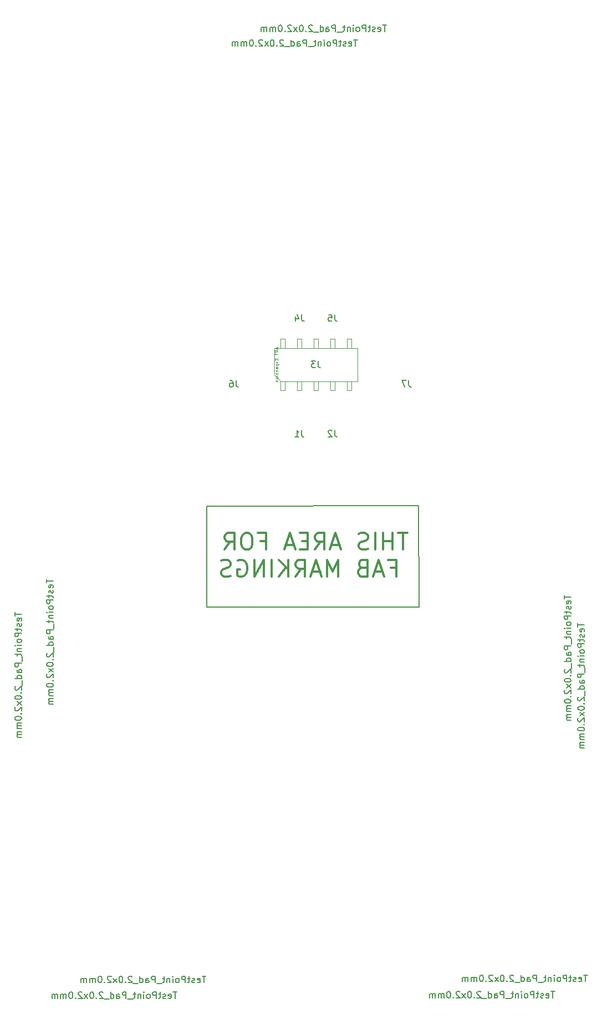
<source format=gbr>
G04 #@! TF.GenerationSoftware,KiCad,Pcbnew,(5.1.9)-1*
G04 #@! TF.CreationDate,2021-01-16T23:43:25-07:00*
G04 #@! TF.ProjectId,purplewizard-ART,70757270-6c65-4776-997a-6172642d4152,1*
G04 #@! TF.SameCoordinates,Original*
G04 #@! TF.FileFunction,Other,Fab,Bot*
%FSLAX46Y46*%
G04 Gerber Fmt 4.6, Leading zero omitted, Abs format (unit mm)*
G04 Created by KiCad (PCBNEW (5.1.9)-1) date 2021-01-16 23:43:25*
%MOMM*%
%LPD*%
G01*
G04 APERTURE LIST*
%ADD10C,0.304800*%
%ADD11C,0.150000*%
%ADD12C,0.100000*%
%ADD13C,0.015000*%
G04 APERTURE END LIST*
D10*
X157528571Y-98681647D02*
X156077142Y-98681647D01*
X156802857Y-101221647D02*
X156802857Y-98681647D01*
X155230476Y-101221647D02*
X155230476Y-98681647D01*
X155230476Y-99891171D02*
X153779047Y-99891171D01*
X153779047Y-101221647D02*
X153779047Y-98681647D01*
X152569523Y-101221647D02*
X152569523Y-98681647D01*
X151480952Y-101100695D02*
X151118095Y-101221647D01*
X150513333Y-101221647D01*
X150271428Y-101100695D01*
X150150476Y-100979742D01*
X150029523Y-100737838D01*
X150029523Y-100495933D01*
X150150476Y-100254028D01*
X150271428Y-100133076D01*
X150513333Y-100012123D01*
X150997142Y-99891171D01*
X151239047Y-99770219D01*
X151360000Y-99649266D01*
X151480952Y-99407361D01*
X151480952Y-99165457D01*
X151360000Y-98923552D01*
X151239047Y-98802600D01*
X150997142Y-98681647D01*
X150392380Y-98681647D01*
X150029523Y-98802600D01*
X147126666Y-100495933D02*
X145917142Y-100495933D01*
X147368571Y-101221647D02*
X146521904Y-98681647D01*
X145675238Y-101221647D01*
X143377142Y-101221647D02*
X144223809Y-100012123D01*
X144828571Y-101221647D02*
X144828571Y-98681647D01*
X143860952Y-98681647D01*
X143619047Y-98802600D01*
X143498095Y-98923552D01*
X143377142Y-99165457D01*
X143377142Y-99528314D01*
X143498095Y-99770219D01*
X143619047Y-99891171D01*
X143860952Y-100012123D01*
X144828571Y-100012123D01*
X142288571Y-99891171D02*
X141441904Y-99891171D01*
X141079047Y-101221647D02*
X142288571Y-101221647D01*
X142288571Y-98681647D01*
X141079047Y-98681647D01*
X140111428Y-100495933D02*
X138901904Y-100495933D01*
X140353333Y-101221647D02*
X139506666Y-98681647D01*
X138660000Y-101221647D01*
X135031428Y-99891171D02*
X135878095Y-99891171D01*
X135878095Y-101221647D02*
X135878095Y-98681647D01*
X134668571Y-98681647D01*
X133217142Y-98681647D02*
X132733333Y-98681647D01*
X132491428Y-98802600D01*
X132249523Y-99044504D01*
X132128571Y-99528314D01*
X132128571Y-100374980D01*
X132249523Y-100858790D01*
X132491428Y-101100695D01*
X132733333Y-101221647D01*
X133217142Y-101221647D01*
X133459047Y-101100695D01*
X133700952Y-100858790D01*
X133821904Y-100374980D01*
X133821904Y-99528314D01*
X133700952Y-99044504D01*
X133459047Y-98802600D01*
X133217142Y-98681647D01*
X129588571Y-101221647D02*
X130435238Y-100012123D01*
X131040000Y-101221647D02*
X131040000Y-98681647D01*
X130072380Y-98681647D01*
X129830476Y-98802600D01*
X129709523Y-98923552D01*
X129588571Y-99165457D01*
X129588571Y-99528314D01*
X129709523Y-99770219D01*
X129830476Y-99891171D01*
X130072380Y-100012123D01*
X131040000Y-100012123D01*
X154928095Y-104005971D02*
X155774761Y-104005971D01*
X155774761Y-105336447D02*
X155774761Y-102796447D01*
X154565238Y-102796447D01*
X153718571Y-104610733D02*
X152509047Y-104610733D01*
X153960476Y-105336447D02*
X153113809Y-102796447D01*
X152267142Y-105336447D01*
X150573809Y-104005971D02*
X150210952Y-104126923D01*
X150090000Y-104247876D01*
X149969047Y-104489780D01*
X149969047Y-104852638D01*
X150090000Y-105094542D01*
X150210952Y-105215495D01*
X150452857Y-105336447D01*
X151420476Y-105336447D01*
X151420476Y-102796447D01*
X150573809Y-102796447D01*
X150331904Y-102917400D01*
X150210952Y-103038352D01*
X150090000Y-103280257D01*
X150090000Y-103522161D01*
X150210952Y-103764066D01*
X150331904Y-103885019D01*
X150573809Y-104005971D01*
X151420476Y-104005971D01*
X146945238Y-105336447D02*
X146945238Y-102796447D01*
X146098571Y-104610733D01*
X145251904Y-102796447D01*
X145251904Y-105336447D01*
X144163333Y-104610733D02*
X142953809Y-104610733D01*
X144405238Y-105336447D02*
X143558571Y-102796447D01*
X142711904Y-105336447D01*
X140413809Y-105336447D02*
X141260476Y-104126923D01*
X141865238Y-105336447D02*
X141865238Y-102796447D01*
X140897619Y-102796447D01*
X140655714Y-102917400D01*
X140534761Y-103038352D01*
X140413809Y-103280257D01*
X140413809Y-103643114D01*
X140534761Y-103885019D01*
X140655714Y-104005971D01*
X140897619Y-104126923D01*
X141865238Y-104126923D01*
X139325238Y-105336447D02*
X139325238Y-102796447D01*
X137873809Y-105336447D02*
X138962380Y-103885019D01*
X137873809Y-102796447D02*
X139325238Y-104247876D01*
X136785238Y-105336447D02*
X136785238Y-102796447D01*
X135575714Y-105336447D02*
X135575714Y-102796447D01*
X134124285Y-105336447D01*
X134124285Y-102796447D01*
X131584285Y-102917400D02*
X131826190Y-102796447D01*
X132189047Y-102796447D01*
X132551904Y-102917400D01*
X132793809Y-103159304D01*
X132914761Y-103401209D01*
X133035714Y-103885019D01*
X133035714Y-104247876D01*
X132914761Y-104731685D01*
X132793809Y-104973590D01*
X132551904Y-105215495D01*
X132189047Y-105336447D01*
X131947142Y-105336447D01*
X131584285Y-105215495D01*
X131463333Y-105094542D01*
X131463333Y-104247876D01*
X131947142Y-104247876D01*
X130495714Y-105215495D02*
X130132857Y-105336447D01*
X129528095Y-105336447D01*
X129286190Y-105215495D01*
X129165238Y-105094542D01*
X129044285Y-104852638D01*
X129044285Y-104610733D01*
X129165238Y-104368828D01*
X129286190Y-104247876D01*
X129528095Y-104126923D01*
X130011904Y-104005971D01*
X130253809Y-103885019D01*
X130374761Y-103764066D01*
X130495714Y-103522161D01*
X130495714Y-103280257D01*
X130374761Y-103038352D01*
X130253809Y-102917400D01*
X130011904Y-102796447D01*
X129407142Y-102796447D01*
X129044285Y-102917400D01*
D11*
X126820000Y-110010000D02*
X126820000Y-94560000D01*
X159250000Y-110010000D02*
X126820000Y-110010000D01*
X159210000Y-94500000D02*
X159250000Y-110010000D01*
X126820000Y-94550000D02*
X159210000Y-94500000D01*
D12*
X148910900Y-76879800D02*
X148910900Y-75499800D01*
X148270900Y-76879800D02*
X148910900Y-76879800D01*
X148270900Y-75499800D02*
X148270900Y-76879800D01*
X148910900Y-69039800D02*
X148270900Y-69039800D01*
X148910900Y-70419800D02*
X148910900Y-69039800D01*
X148270900Y-69039800D02*
X148270900Y-70419800D01*
X146370900Y-76879800D02*
X146370900Y-75499800D01*
X145730900Y-76879800D02*
X146370900Y-76879800D01*
X145730900Y-75499800D02*
X145730900Y-76879800D01*
X146370900Y-69039800D02*
X145730900Y-69039800D01*
X146370900Y-70419800D02*
X146370900Y-69039800D01*
X145730900Y-69039800D02*
X145730900Y-70419800D01*
X143830900Y-76879800D02*
X143830900Y-75499800D01*
X143190900Y-76879800D02*
X143830900Y-76879800D01*
X143190900Y-75499800D02*
X143190900Y-76879800D01*
X143830900Y-69039800D02*
X143190900Y-69039800D01*
X143830900Y-70419800D02*
X143830900Y-69039800D01*
X143190900Y-69039800D02*
X143190900Y-70419800D01*
X141290900Y-76879800D02*
X141290900Y-75499800D01*
X140650900Y-76879800D02*
X141290900Y-76879800D01*
X140650900Y-75499800D02*
X140650900Y-76879800D01*
X141290900Y-69039800D02*
X140650900Y-69039800D01*
X141290900Y-70419800D02*
X141290900Y-69039800D01*
X140650900Y-69039800D02*
X140650900Y-70419800D01*
X138750900Y-76879800D02*
X138750900Y-75499800D01*
X138110900Y-76879800D02*
X138750900Y-76879800D01*
X138110900Y-75499800D02*
X138110900Y-76879800D01*
X138750900Y-69039800D02*
X138110900Y-69039800D01*
X138750900Y-70419800D02*
X138750900Y-69039800D01*
X138110900Y-69039800D02*
X138110900Y-70419800D01*
X149860900Y-70419800D02*
X137160900Y-70419800D01*
X149860900Y-75499800D02*
X149860900Y-70419800D01*
X138160900Y-75499800D02*
X149860900Y-75499800D01*
X137160900Y-74499800D02*
X138160900Y-75499800D01*
X137160900Y-70419800D02*
X137160900Y-74499800D01*
D11*
X181458980Y-108180752D02*
X181458980Y-108752180D01*
X182458980Y-108466466D02*
X181458980Y-108466466D01*
X182411361Y-109466466D02*
X182458980Y-109371228D01*
X182458980Y-109180752D01*
X182411361Y-109085514D01*
X182316123Y-109037895D01*
X181935171Y-109037895D01*
X181839933Y-109085514D01*
X181792314Y-109180752D01*
X181792314Y-109371228D01*
X181839933Y-109466466D01*
X181935171Y-109514085D01*
X182030409Y-109514085D01*
X182125647Y-109037895D01*
X182411361Y-109895038D02*
X182458980Y-109990276D01*
X182458980Y-110180752D01*
X182411361Y-110275990D01*
X182316123Y-110323609D01*
X182268504Y-110323609D01*
X182173266Y-110275990D01*
X182125647Y-110180752D01*
X182125647Y-110037895D01*
X182078028Y-109942657D01*
X181982790Y-109895038D01*
X181935171Y-109895038D01*
X181839933Y-109942657D01*
X181792314Y-110037895D01*
X181792314Y-110180752D01*
X181839933Y-110275990D01*
X181792314Y-110609323D02*
X181792314Y-110990276D01*
X181458980Y-110752180D02*
X182316123Y-110752180D01*
X182411361Y-110799800D01*
X182458980Y-110895038D01*
X182458980Y-110990276D01*
X182458980Y-111323609D02*
X181458980Y-111323609D01*
X181458980Y-111704561D01*
X181506600Y-111799800D01*
X181554219Y-111847419D01*
X181649457Y-111895038D01*
X181792314Y-111895038D01*
X181887552Y-111847419D01*
X181935171Y-111799800D01*
X181982790Y-111704561D01*
X181982790Y-111323609D01*
X182458980Y-112466466D02*
X182411361Y-112371228D01*
X182363742Y-112323609D01*
X182268504Y-112275990D01*
X181982790Y-112275990D01*
X181887552Y-112323609D01*
X181839933Y-112371228D01*
X181792314Y-112466466D01*
X181792314Y-112609323D01*
X181839933Y-112704561D01*
X181887552Y-112752180D01*
X181982790Y-112799800D01*
X182268504Y-112799800D01*
X182363742Y-112752180D01*
X182411361Y-112704561D01*
X182458980Y-112609323D01*
X182458980Y-112466466D01*
X182458980Y-113228371D02*
X181792314Y-113228371D01*
X181458980Y-113228371D02*
X181506600Y-113180752D01*
X181554219Y-113228371D01*
X181506600Y-113275990D01*
X181458980Y-113228371D01*
X181554219Y-113228371D01*
X181792314Y-113704561D02*
X182458980Y-113704561D01*
X181887552Y-113704561D02*
X181839933Y-113752180D01*
X181792314Y-113847419D01*
X181792314Y-113990276D01*
X181839933Y-114085514D01*
X181935171Y-114133133D01*
X182458980Y-114133133D01*
X181792314Y-114466466D02*
X181792314Y-114847419D01*
X181458980Y-114609323D02*
X182316123Y-114609323D01*
X182411361Y-114656942D01*
X182458980Y-114752180D01*
X182458980Y-114847419D01*
X182554219Y-114942657D02*
X182554219Y-115704561D01*
X182458980Y-115942657D02*
X181458980Y-115942657D01*
X181458980Y-116323609D01*
X181506600Y-116418847D01*
X181554219Y-116466466D01*
X181649457Y-116514085D01*
X181792314Y-116514085D01*
X181887552Y-116466466D01*
X181935171Y-116418847D01*
X181982790Y-116323609D01*
X181982790Y-115942657D01*
X182458980Y-117371228D02*
X181935171Y-117371228D01*
X181839933Y-117323609D01*
X181792314Y-117228371D01*
X181792314Y-117037895D01*
X181839933Y-116942657D01*
X182411361Y-117371228D02*
X182458980Y-117275990D01*
X182458980Y-117037895D01*
X182411361Y-116942657D01*
X182316123Y-116895038D01*
X182220885Y-116895038D01*
X182125647Y-116942657D01*
X182078028Y-117037895D01*
X182078028Y-117275990D01*
X182030409Y-117371228D01*
X182458980Y-118275990D02*
X181458980Y-118275990D01*
X182411361Y-118275990D02*
X182458980Y-118180752D01*
X182458980Y-117990276D01*
X182411361Y-117895038D01*
X182363742Y-117847419D01*
X182268504Y-117799800D01*
X181982790Y-117799800D01*
X181887552Y-117847419D01*
X181839933Y-117895038D01*
X181792314Y-117990276D01*
X181792314Y-118180752D01*
X181839933Y-118275990D01*
X182554219Y-118514085D02*
X182554219Y-119275990D01*
X181554219Y-119466466D02*
X181506600Y-119514085D01*
X181458980Y-119609323D01*
X181458980Y-119847419D01*
X181506600Y-119942657D01*
X181554219Y-119990276D01*
X181649457Y-120037895D01*
X181744695Y-120037895D01*
X181887552Y-119990276D01*
X182458980Y-119418847D01*
X182458980Y-120037895D01*
X182363742Y-120466466D02*
X182411361Y-120514085D01*
X182458980Y-120466466D01*
X182411361Y-120418847D01*
X182363742Y-120466466D01*
X182458980Y-120466466D01*
X181458980Y-121133133D02*
X181458980Y-121228371D01*
X181506600Y-121323609D01*
X181554219Y-121371228D01*
X181649457Y-121418847D01*
X181839933Y-121466466D01*
X182078028Y-121466466D01*
X182268504Y-121418847D01*
X182363742Y-121371228D01*
X182411361Y-121323609D01*
X182458980Y-121228371D01*
X182458980Y-121133133D01*
X182411361Y-121037895D01*
X182363742Y-120990276D01*
X182268504Y-120942657D01*
X182078028Y-120895038D01*
X181839933Y-120895038D01*
X181649457Y-120942657D01*
X181554219Y-120990276D01*
X181506600Y-121037895D01*
X181458980Y-121133133D01*
X182458980Y-121799800D02*
X181792314Y-122323609D01*
X181792314Y-121799800D02*
X182458980Y-122323609D01*
X181554219Y-122656942D02*
X181506600Y-122704561D01*
X181458980Y-122799800D01*
X181458980Y-123037895D01*
X181506600Y-123133133D01*
X181554219Y-123180752D01*
X181649457Y-123228371D01*
X181744695Y-123228371D01*
X181887552Y-123180752D01*
X182458980Y-122609323D01*
X182458980Y-123228371D01*
X182363742Y-123656942D02*
X182411361Y-123704561D01*
X182458980Y-123656942D01*
X182411361Y-123609323D01*
X182363742Y-123656942D01*
X182458980Y-123656942D01*
X181458980Y-124323609D02*
X181458980Y-124418847D01*
X181506600Y-124514085D01*
X181554219Y-124561704D01*
X181649457Y-124609323D01*
X181839933Y-124656942D01*
X182078028Y-124656942D01*
X182268504Y-124609323D01*
X182363742Y-124561704D01*
X182411361Y-124514085D01*
X182458980Y-124418847D01*
X182458980Y-124323609D01*
X182411361Y-124228371D01*
X182363742Y-124180752D01*
X182268504Y-124133133D01*
X182078028Y-124085514D01*
X181839933Y-124085514D01*
X181649457Y-124133133D01*
X181554219Y-124180752D01*
X181506600Y-124228371D01*
X181458980Y-124323609D01*
X182458980Y-125085514D02*
X181792314Y-125085514D01*
X181887552Y-125085514D02*
X181839933Y-125133133D01*
X181792314Y-125228371D01*
X181792314Y-125371228D01*
X181839933Y-125466466D01*
X181935171Y-125514085D01*
X182458980Y-125514085D01*
X181935171Y-125514085D02*
X181839933Y-125561704D01*
X181792314Y-125656942D01*
X181792314Y-125799800D01*
X181839933Y-125895038D01*
X181935171Y-125942657D01*
X182458980Y-125942657D01*
X182458980Y-126418847D02*
X181792314Y-126418847D01*
X181887552Y-126418847D02*
X181839933Y-126466466D01*
X181792314Y-126561704D01*
X181792314Y-126704561D01*
X181839933Y-126799800D01*
X181935171Y-126847419D01*
X182458980Y-126847419D01*
X181935171Y-126847419D02*
X181839933Y-126895038D01*
X181792314Y-126990276D01*
X181792314Y-127133133D01*
X181839933Y-127228371D01*
X181935171Y-127275990D01*
X182458980Y-127275990D01*
X183508980Y-112440752D02*
X183508980Y-113012180D01*
X184508980Y-112726466D02*
X183508980Y-112726466D01*
X184461361Y-113726466D02*
X184508980Y-113631228D01*
X184508980Y-113440752D01*
X184461361Y-113345514D01*
X184366123Y-113297895D01*
X183985171Y-113297895D01*
X183889933Y-113345514D01*
X183842314Y-113440752D01*
X183842314Y-113631228D01*
X183889933Y-113726466D01*
X183985171Y-113774085D01*
X184080409Y-113774085D01*
X184175647Y-113297895D01*
X184461361Y-114155038D02*
X184508980Y-114250276D01*
X184508980Y-114440752D01*
X184461361Y-114535990D01*
X184366123Y-114583609D01*
X184318504Y-114583609D01*
X184223266Y-114535990D01*
X184175647Y-114440752D01*
X184175647Y-114297895D01*
X184128028Y-114202657D01*
X184032790Y-114155038D01*
X183985171Y-114155038D01*
X183889933Y-114202657D01*
X183842314Y-114297895D01*
X183842314Y-114440752D01*
X183889933Y-114535990D01*
X183842314Y-114869323D02*
X183842314Y-115250276D01*
X183508980Y-115012180D02*
X184366123Y-115012180D01*
X184461361Y-115059800D01*
X184508980Y-115155038D01*
X184508980Y-115250276D01*
X184508980Y-115583609D02*
X183508980Y-115583609D01*
X183508980Y-115964561D01*
X183556600Y-116059800D01*
X183604219Y-116107419D01*
X183699457Y-116155038D01*
X183842314Y-116155038D01*
X183937552Y-116107419D01*
X183985171Y-116059800D01*
X184032790Y-115964561D01*
X184032790Y-115583609D01*
X184508980Y-116726466D02*
X184461361Y-116631228D01*
X184413742Y-116583609D01*
X184318504Y-116535990D01*
X184032790Y-116535990D01*
X183937552Y-116583609D01*
X183889933Y-116631228D01*
X183842314Y-116726466D01*
X183842314Y-116869323D01*
X183889933Y-116964561D01*
X183937552Y-117012180D01*
X184032790Y-117059800D01*
X184318504Y-117059800D01*
X184413742Y-117012180D01*
X184461361Y-116964561D01*
X184508980Y-116869323D01*
X184508980Y-116726466D01*
X184508980Y-117488371D02*
X183842314Y-117488371D01*
X183508980Y-117488371D02*
X183556600Y-117440752D01*
X183604219Y-117488371D01*
X183556600Y-117535990D01*
X183508980Y-117488371D01*
X183604219Y-117488371D01*
X183842314Y-117964561D02*
X184508980Y-117964561D01*
X183937552Y-117964561D02*
X183889933Y-118012180D01*
X183842314Y-118107419D01*
X183842314Y-118250276D01*
X183889933Y-118345514D01*
X183985171Y-118393133D01*
X184508980Y-118393133D01*
X183842314Y-118726466D02*
X183842314Y-119107419D01*
X183508980Y-118869323D02*
X184366123Y-118869323D01*
X184461361Y-118916942D01*
X184508980Y-119012180D01*
X184508980Y-119107419D01*
X184604219Y-119202657D02*
X184604219Y-119964561D01*
X184508980Y-120202657D02*
X183508980Y-120202657D01*
X183508980Y-120583609D01*
X183556600Y-120678847D01*
X183604219Y-120726466D01*
X183699457Y-120774085D01*
X183842314Y-120774085D01*
X183937552Y-120726466D01*
X183985171Y-120678847D01*
X184032790Y-120583609D01*
X184032790Y-120202657D01*
X184508980Y-121631228D02*
X183985171Y-121631228D01*
X183889933Y-121583609D01*
X183842314Y-121488371D01*
X183842314Y-121297895D01*
X183889933Y-121202657D01*
X184461361Y-121631228D02*
X184508980Y-121535990D01*
X184508980Y-121297895D01*
X184461361Y-121202657D01*
X184366123Y-121155038D01*
X184270885Y-121155038D01*
X184175647Y-121202657D01*
X184128028Y-121297895D01*
X184128028Y-121535990D01*
X184080409Y-121631228D01*
X184508980Y-122535990D02*
X183508980Y-122535990D01*
X184461361Y-122535990D02*
X184508980Y-122440752D01*
X184508980Y-122250276D01*
X184461361Y-122155038D01*
X184413742Y-122107419D01*
X184318504Y-122059800D01*
X184032790Y-122059800D01*
X183937552Y-122107419D01*
X183889933Y-122155038D01*
X183842314Y-122250276D01*
X183842314Y-122440752D01*
X183889933Y-122535990D01*
X184604219Y-122774085D02*
X184604219Y-123535990D01*
X183604219Y-123726466D02*
X183556600Y-123774085D01*
X183508980Y-123869323D01*
X183508980Y-124107419D01*
X183556600Y-124202657D01*
X183604219Y-124250276D01*
X183699457Y-124297895D01*
X183794695Y-124297895D01*
X183937552Y-124250276D01*
X184508980Y-123678847D01*
X184508980Y-124297895D01*
X184413742Y-124726466D02*
X184461361Y-124774085D01*
X184508980Y-124726466D01*
X184461361Y-124678847D01*
X184413742Y-124726466D01*
X184508980Y-124726466D01*
X183508980Y-125393133D02*
X183508980Y-125488371D01*
X183556600Y-125583609D01*
X183604219Y-125631228D01*
X183699457Y-125678847D01*
X183889933Y-125726466D01*
X184128028Y-125726466D01*
X184318504Y-125678847D01*
X184413742Y-125631228D01*
X184461361Y-125583609D01*
X184508980Y-125488371D01*
X184508980Y-125393133D01*
X184461361Y-125297895D01*
X184413742Y-125250276D01*
X184318504Y-125202657D01*
X184128028Y-125155038D01*
X183889933Y-125155038D01*
X183699457Y-125202657D01*
X183604219Y-125250276D01*
X183556600Y-125297895D01*
X183508980Y-125393133D01*
X184508980Y-126059800D02*
X183842314Y-126583609D01*
X183842314Y-126059800D02*
X184508980Y-126583609D01*
X183604219Y-126916942D02*
X183556600Y-126964561D01*
X183508980Y-127059800D01*
X183508980Y-127297895D01*
X183556600Y-127393133D01*
X183604219Y-127440752D01*
X183699457Y-127488371D01*
X183794695Y-127488371D01*
X183937552Y-127440752D01*
X184508980Y-126869323D01*
X184508980Y-127488371D01*
X184413742Y-127916942D02*
X184461361Y-127964561D01*
X184508980Y-127916942D01*
X184461361Y-127869323D01*
X184413742Y-127916942D01*
X184508980Y-127916942D01*
X183508980Y-128583609D02*
X183508980Y-128678847D01*
X183556600Y-128774085D01*
X183604219Y-128821704D01*
X183699457Y-128869323D01*
X183889933Y-128916942D01*
X184128028Y-128916942D01*
X184318504Y-128869323D01*
X184413742Y-128821704D01*
X184461361Y-128774085D01*
X184508980Y-128678847D01*
X184508980Y-128583609D01*
X184461361Y-128488371D01*
X184413742Y-128440752D01*
X184318504Y-128393133D01*
X184128028Y-128345514D01*
X183889933Y-128345514D01*
X183699457Y-128393133D01*
X183604219Y-128440752D01*
X183556600Y-128488371D01*
X183508980Y-128583609D01*
X184508980Y-129345514D02*
X183842314Y-129345514D01*
X183937552Y-129345514D02*
X183889933Y-129393133D01*
X183842314Y-129488371D01*
X183842314Y-129631228D01*
X183889933Y-129726466D01*
X183985171Y-129774085D01*
X184508980Y-129774085D01*
X183985171Y-129774085D02*
X183889933Y-129821704D01*
X183842314Y-129916942D01*
X183842314Y-130059800D01*
X183889933Y-130155038D01*
X183985171Y-130202657D01*
X184508980Y-130202657D01*
X184508980Y-130678847D02*
X183842314Y-130678847D01*
X183937552Y-130678847D02*
X183889933Y-130726466D01*
X183842314Y-130821704D01*
X183842314Y-130964561D01*
X183889933Y-131059800D01*
X183985171Y-131107419D01*
X184508980Y-131107419D01*
X183985171Y-131107419D02*
X183889933Y-131155038D01*
X183842314Y-131250276D01*
X183842314Y-131393133D01*
X183889933Y-131488371D01*
X183985171Y-131535990D01*
X184508980Y-131535990D01*
X102388980Y-105740752D02*
X102388980Y-106312180D01*
X103388980Y-106026466D02*
X102388980Y-106026466D01*
X103341361Y-107026466D02*
X103388980Y-106931228D01*
X103388980Y-106740752D01*
X103341361Y-106645514D01*
X103246123Y-106597895D01*
X102865171Y-106597895D01*
X102769933Y-106645514D01*
X102722314Y-106740752D01*
X102722314Y-106931228D01*
X102769933Y-107026466D01*
X102865171Y-107074085D01*
X102960409Y-107074085D01*
X103055647Y-106597895D01*
X103341361Y-107455038D02*
X103388980Y-107550276D01*
X103388980Y-107740752D01*
X103341361Y-107835990D01*
X103246123Y-107883609D01*
X103198504Y-107883609D01*
X103103266Y-107835990D01*
X103055647Y-107740752D01*
X103055647Y-107597895D01*
X103008028Y-107502657D01*
X102912790Y-107455038D01*
X102865171Y-107455038D01*
X102769933Y-107502657D01*
X102722314Y-107597895D01*
X102722314Y-107740752D01*
X102769933Y-107835990D01*
X102722314Y-108169323D02*
X102722314Y-108550276D01*
X102388980Y-108312180D02*
X103246123Y-108312180D01*
X103341361Y-108359800D01*
X103388980Y-108455038D01*
X103388980Y-108550276D01*
X103388980Y-108883609D02*
X102388980Y-108883609D01*
X102388980Y-109264561D01*
X102436600Y-109359800D01*
X102484219Y-109407419D01*
X102579457Y-109455038D01*
X102722314Y-109455038D01*
X102817552Y-109407419D01*
X102865171Y-109359800D01*
X102912790Y-109264561D01*
X102912790Y-108883609D01*
X103388980Y-110026466D02*
X103341361Y-109931228D01*
X103293742Y-109883609D01*
X103198504Y-109835990D01*
X102912790Y-109835990D01*
X102817552Y-109883609D01*
X102769933Y-109931228D01*
X102722314Y-110026466D01*
X102722314Y-110169323D01*
X102769933Y-110264561D01*
X102817552Y-110312180D01*
X102912790Y-110359800D01*
X103198504Y-110359800D01*
X103293742Y-110312180D01*
X103341361Y-110264561D01*
X103388980Y-110169323D01*
X103388980Y-110026466D01*
X103388980Y-110788371D02*
X102722314Y-110788371D01*
X102388980Y-110788371D02*
X102436600Y-110740752D01*
X102484219Y-110788371D01*
X102436600Y-110835990D01*
X102388980Y-110788371D01*
X102484219Y-110788371D01*
X102722314Y-111264561D02*
X103388980Y-111264561D01*
X102817552Y-111264561D02*
X102769933Y-111312180D01*
X102722314Y-111407419D01*
X102722314Y-111550276D01*
X102769933Y-111645514D01*
X102865171Y-111693133D01*
X103388980Y-111693133D01*
X102722314Y-112026466D02*
X102722314Y-112407419D01*
X102388980Y-112169323D02*
X103246123Y-112169323D01*
X103341361Y-112216942D01*
X103388980Y-112312180D01*
X103388980Y-112407419D01*
X103484219Y-112502657D02*
X103484219Y-113264561D01*
X103388980Y-113502657D02*
X102388980Y-113502657D01*
X102388980Y-113883609D01*
X102436600Y-113978847D01*
X102484219Y-114026466D01*
X102579457Y-114074085D01*
X102722314Y-114074085D01*
X102817552Y-114026466D01*
X102865171Y-113978847D01*
X102912790Y-113883609D01*
X102912790Y-113502657D01*
X103388980Y-114931228D02*
X102865171Y-114931228D01*
X102769933Y-114883609D01*
X102722314Y-114788371D01*
X102722314Y-114597895D01*
X102769933Y-114502657D01*
X103341361Y-114931228D02*
X103388980Y-114835990D01*
X103388980Y-114597895D01*
X103341361Y-114502657D01*
X103246123Y-114455038D01*
X103150885Y-114455038D01*
X103055647Y-114502657D01*
X103008028Y-114597895D01*
X103008028Y-114835990D01*
X102960409Y-114931228D01*
X103388980Y-115835990D02*
X102388980Y-115835990D01*
X103341361Y-115835990D02*
X103388980Y-115740752D01*
X103388980Y-115550276D01*
X103341361Y-115455038D01*
X103293742Y-115407419D01*
X103198504Y-115359800D01*
X102912790Y-115359800D01*
X102817552Y-115407419D01*
X102769933Y-115455038D01*
X102722314Y-115550276D01*
X102722314Y-115740752D01*
X102769933Y-115835990D01*
X103484219Y-116074085D02*
X103484219Y-116835990D01*
X102484219Y-117026466D02*
X102436600Y-117074085D01*
X102388980Y-117169323D01*
X102388980Y-117407419D01*
X102436600Y-117502657D01*
X102484219Y-117550276D01*
X102579457Y-117597895D01*
X102674695Y-117597895D01*
X102817552Y-117550276D01*
X103388980Y-116978847D01*
X103388980Y-117597895D01*
X103293742Y-118026466D02*
X103341361Y-118074085D01*
X103388980Y-118026466D01*
X103341361Y-117978847D01*
X103293742Y-118026466D01*
X103388980Y-118026466D01*
X102388980Y-118693133D02*
X102388980Y-118788371D01*
X102436600Y-118883609D01*
X102484219Y-118931228D01*
X102579457Y-118978847D01*
X102769933Y-119026466D01*
X103008028Y-119026466D01*
X103198504Y-118978847D01*
X103293742Y-118931228D01*
X103341361Y-118883609D01*
X103388980Y-118788371D01*
X103388980Y-118693133D01*
X103341361Y-118597895D01*
X103293742Y-118550276D01*
X103198504Y-118502657D01*
X103008028Y-118455038D01*
X102769933Y-118455038D01*
X102579457Y-118502657D01*
X102484219Y-118550276D01*
X102436600Y-118597895D01*
X102388980Y-118693133D01*
X103388980Y-119359800D02*
X102722314Y-119883609D01*
X102722314Y-119359800D02*
X103388980Y-119883609D01*
X102484219Y-120216942D02*
X102436600Y-120264561D01*
X102388980Y-120359800D01*
X102388980Y-120597895D01*
X102436600Y-120693133D01*
X102484219Y-120740752D01*
X102579457Y-120788371D01*
X102674695Y-120788371D01*
X102817552Y-120740752D01*
X103388980Y-120169323D01*
X103388980Y-120788371D01*
X103293742Y-121216942D02*
X103341361Y-121264561D01*
X103388980Y-121216942D01*
X103341361Y-121169323D01*
X103293742Y-121216942D01*
X103388980Y-121216942D01*
X102388980Y-121883609D02*
X102388980Y-121978847D01*
X102436600Y-122074085D01*
X102484219Y-122121704D01*
X102579457Y-122169323D01*
X102769933Y-122216942D01*
X103008028Y-122216942D01*
X103198504Y-122169323D01*
X103293742Y-122121704D01*
X103341361Y-122074085D01*
X103388980Y-121978847D01*
X103388980Y-121883609D01*
X103341361Y-121788371D01*
X103293742Y-121740752D01*
X103198504Y-121693133D01*
X103008028Y-121645514D01*
X102769933Y-121645514D01*
X102579457Y-121693133D01*
X102484219Y-121740752D01*
X102436600Y-121788371D01*
X102388980Y-121883609D01*
X103388980Y-122645514D02*
X102722314Y-122645514D01*
X102817552Y-122645514D02*
X102769933Y-122693133D01*
X102722314Y-122788371D01*
X102722314Y-122931228D01*
X102769933Y-123026466D01*
X102865171Y-123074085D01*
X103388980Y-123074085D01*
X102865171Y-123074085D02*
X102769933Y-123121704D01*
X102722314Y-123216942D01*
X102722314Y-123359800D01*
X102769933Y-123455038D01*
X102865171Y-123502657D01*
X103388980Y-123502657D01*
X103388980Y-123978847D02*
X102722314Y-123978847D01*
X102817552Y-123978847D02*
X102769933Y-124026466D01*
X102722314Y-124121704D01*
X102722314Y-124264561D01*
X102769933Y-124359800D01*
X102865171Y-124407419D01*
X103388980Y-124407419D01*
X102865171Y-124407419D02*
X102769933Y-124455038D01*
X102722314Y-124550276D01*
X102722314Y-124693133D01*
X102769933Y-124788371D01*
X102865171Y-124835990D01*
X103388980Y-124835990D01*
X97528980Y-110800752D02*
X97528980Y-111372180D01*
X98528980Y-111086466D02*
X97528980Y-111086466D01*
X98481361Y-112086466D02*
X98528980Y-111991228D01*
X98528980Y-111800752D01*
X98481361Y-111705514D01*
X98386123Y-111657895D01*
X98005171Y-111657895D01*
X97909933Y-111705514D01*
X97862314Y-111800752D01*
X97862314Y-111991228D01*
X97909933Y-112086466D01*
X98005171Y-112134085D01*
X98100409Y-112134085D01*
X98195647Y-111657895D01*
X98481361Y-112515038D02*
X98528980Y-112610276D01*
X98528980Y-112800752D01*
X98481361Y-112895990D01*
X98386123Y-112943609D01*
X98338504Y-112943609D01*
X98243266Y-112895990D01*
X98195647Y-112800752D01*
X98195647Y-112657895D01*
X98148028Y-112562657D01*
X98052790Y-112515038D01*
X98005171Y-112515038D01*
X97909933Y-112562657D01*
X97862314Y-112657895D01*
X97862314Y-112800752D01*
X97909933Y-112895990D01*
X97862314Y-113229323D02*
X97862314Y-113610276D01*
X97528980Y-113372180D02*
X98386123Y-113372180D01*
X98481361Y-113419800D01*
X98528980Y-113515038D01*
X98528980Y-113610276D01*
X98528980Y-113943609D02*
X97528980Y-113943609D01*
X97528980Y-114324561D01*
X97576600Y-114419800D01*
X97624219Y-114467419D01*
X97719457Y-114515038D01*
X97862314Y-114515038D01*
X97957552Y-114467419D01*
X98005171Y-114419800D01*
X98052790Y-114324561D01*
X98052790Y-113943609D01*
X98528980Y-115086466D02*
X98481361Y-114991228D01*
X98433742Y-114943609D01*
X98338504Y-114895990D01*
X98052790Y-114895990D01*
X97957552Y-114943609D01*
X97909933Y-114991228D01*
X97862314Y-115086466D01*
X97862314Y-115229323D01*
X97909933Y-115324561D01*
X97957552Y-115372180D01*
X98052790Y-115419800D01*
X98338504Y-115419800D01*
X98433742Y-115372180D01*
X98481361Y-115324561D01*
X98528980Y-115229323D01*
X98528980Y-115086466D01*
X98528980Y-115848371D02*
X97862314Y-115848371D01*
X97528980Y-115848371D02*
X97576600Y-115800752D01*
X97624219Y-115848371D01*
X97576600Y-115895990D01*
X97528980Y-115848371D01*
X97624219Y-115848371D01*
X97862314Y-116324561D02*
X98528980Y-116324561D01*
X97957552Y-116324561D02*
X97909933Y-116372180D01*
X97862314Y-116467419D01*
X97862314Y-116610276D01*
X97909933Y-116705514D01*
X98005171Y-116753133D01*
X98528980Y-116753133D01*
X97862314Y-117086466D02*
X97862314Y-117467419D01*
X97528980Y-117229323D02*
X98386123Y-117229323D01*
X98481361Y-117276942D01*
X98528980Y-117372180D01*
X98528980Y-117467419D01*
X98624219Y-117562657D02*
X98624219Y-118324561D01*
X98528980Y-118562657D02*
X97528980Y-118562657D01*
X97528980Y-118943609D01*
X97576600Y-119038847D01*
X97624219Y-119086466D01*
X97719457Y-119134085D01*
X97862314Y-119134085D01*
X97957552Y-119086466D01*
X98005171Y-119038847D01*
X98052790Y-118943609D01*
X98052790Y-118562657D01*
X98528980Y-119991228D02*
X98005171Y-119991228D01*
X97909933Y-119943609D01*
X97862314Y-119848371D01*
X97862314Y-119657895D01*
X97909933Y-119562657D01*
X98481361Y-119991228D02*
X98528980Y-119895990D01*
X98528980Y-119657895D01*
X98481361Y-119562657D01*
X98386123Y-119515038D01*
X98290885Y-119515038D01*
X98195647Y-119562657D01*
X98148028Y-119657895D01*
X98148028Y-119895990D01*
X98100409Y-119991228D01*
X98528980Y-120895990D02*
X97528980Y-120895990D01*
X98481361Y-120895990D02*
X98528980Y-120800752D01*
X98528980Y-120610276D01*
X98481361Y-120515038D01*
X98433742Y-120467419D01*
X98338504Y-120419800D01*
X98052790Y-120419800D01*
X97957552Y-120467419D01*
X97909933Y-120515038D01*
X97862314Y-120610276D01*
X97862314Y-120800752D01*
X97909933Y-120895990D01*
X98624219Y-121134085D02*
X98624219Y-121895990D01*
X97624219Y-122086466D02*
X97576600Y-122134085D01*
X97528980Y-122229323D01*
X97528980Y-122467419D01*
X97576600Y-122562657D01*
X97624219Y-122610276D01*
X97719457Y-122657895D01*
X97814695Y-122657895D01*
X97957552Y-122610276D01*
X98528980Y-122038847D01*
X98528980Y-122657895D01*
X98433742Y-123086466D02*
X98481361Y-123134085D01*
X98528980Y-123086466D01*
X98481361Y-123038847D01*
X98433742Y-123086466D01*
X98528980Y-123086466D01*
X97528980Y-123753133D02*
X97528980Y-123848371D01*
X97576600Y-123943609D01*
X97624219Y-123991228D01*
X97719457Y-124038847D01*
X97909933Y-124086466D01*
X98148028Y-124086466D01*
X98338504Y-124038847D01*
X98433742Y-123991228D01*
X98481361Y-123943609D01*
X98528980Y-123848371D01*
X98528980Y-123753133D01*
X98481361Y-123657895D01*
X98433742Y-123610276D01*
X98338504Y-123562657D01*
X98148028Y-123515038D01*
X97909933Y-123515038D01*
X97719457Y-123562657D01*
X97624219Y-123610276D01*
X97576600Y-123657895D01*
X97528980Y-123753133D01*
X98528980Y-124419800D02*
X97862314Y-124943609D01*
X97862314Y-124419800D02*
X98528980Y-124943609D01*
X97624219Y-125276942D02*
X97576600Y-125324561D01*
X97528980Y-125419800D01*
X97528980Y-125657895D01*
X97576600Y-125753133D01*
X97624219Y-125800752D01*
X97719457Y-125848371D01*
X97814695Y-125848371D01*
X97957552Y-125800752D01*
X98528980Y-125229323D01*
X98528980Y-125848371D01*
X98433742Y-126276942D02*
X98481361Y-126324561D01*
X98528980Y-126276942D01*
X98481361Y-126229323D01*
X98433742Y-126276942D01*
X98528980Y-126276942D01*
X97528980Y-126943609D02*
X97528980Y-127038847D01*
X97576600Y-127134085D01*
X97624219Y-127181704D01*
X97719457Y-127229323D01*
X97909933Y-127276942D01*
X98148028Y-127276942D01*
X98338504Y-127229323D01*
X98433742Y-127181704D01*
X98481361Y-127134085D01*
X98528980Y-127038847D01*
X98528980Y-126943609D01*
X98481361Y-126848371D01*
X98433742Y-126800752D01*
X98338504Y-126753133D01*
X98148028Y-126705514D01*
X97909933Y-126705514D01*
X97719457Y-126753133D01*
X97624219Y-126800752D01*
X97576600Y-126848371D01*
X97528980Y-126943609D01*
X98528980Y-127705514D02*
X97862314Y-127705514D01*
X97957552Y-127705514D02*
X97909933Y-127753133D01*
X97862314Y-127848371D01*
X97862314Y-127991228D01*
X97909933Y-128086466D01*
X98005171Y-128134085D01*
X98528980Y-128134085D01*
X98005171Y-128134085D02*
X97909933Y-128181704D01*
X97862314Y-128276942D01*
X97862314Y-128419800D01*
X97909933Y-128515038D01*
X98005171Y-128562657D01*
X98528980Y-128562657D01*
X98528980Y-129038847D02*
X97862314Y-129038847D01*
X97957552Y-129038847D02*
X97909933Y-129086466D01*
X97862314Y-129181704D01*
X97862314Y-129324561D01*
X97909933Y-129419800D01*
X98005171Y-129467419D01*
X98528980Y-129467419D01*
X98005171Y-129467419D02*
X97909933Y-129515038D01*
X97862314Y-129610276D01*
X97862314Y-129753133D01*
X97909933Y-129848371D01*
X98005171Y-129895990D01*
X98528980Y-129895990D01*
X126715647Y-166352180D02*
X126144219Y-166352180D01*
X126429933Y-167352180D02*
X126429933Y-166352180D01*
X125429933Y-167304561D02*
X125525171Y-167352180D01*
X125715647Y-167352180D01*
X125810885Y-167304561D01*
X125858504Y-167209323D01*
X125858504Y-166828371D01*
X125810885Y-166733133D01*
X125715647Y-166685514D01*
X125525171Y-166685514D01*
X125429933Y-166733133D01*
X125382314Y-166828371D01*
X125382314Y-166923609D01*
X125858504Y-167018847D01*
X125001361Y-167304561D02*
X124906123Y-167352180D01*
X124715647Y-167352180D01*
X124620409Y-167304561D01*
X124572790Y-167209323D01*
X124572790Y-167161704D01*
X124620409Y-167066466D01*
X124715647Y-167018847D01*
X124858504Y-167018847D01*
X124953742Y-166971228D01*
X125001361Y-166875990D01*
X125001361Y-166828371D01*
X124953742Y-166733133D01*
X124858504Y-166685514D01*
X124715647Y-166685514D01*
X124620409Y-166733133D01*
X124287076Y-166685514D02*
X123906123Y-166685514D01*
X124144219Y-166352180D02*
X124144219Y-167209323D01*
X124096600Y-167304561D01*
X124001361Y-167352180D01*
X123906123Y-167352180D01*
X123572790Y-167352180D02*
X123572790Y-166352180D01*
X123191838Y-166352180D01*
X123096600Y-166399800D01*
X123048980Y-166447419D01*
X123001361Y-166542657D01*
X123001361Y-166685514D01*
X123048980Y-166780752D01*
X123096600Y-166828371D01*
X123191838Y-166875990D01*
X123572790Y-166875990D01*
X122429933Y-167352180D02*
X122525171Y-167304561D01*
X122572790Y-167256942D01*
X122620409Y-167161704D01*
X122620409Y-166875990D01*
X122572790Y-166780752D01*
X122525171Y-166733133D01*
X122429933Y-166685514D01*
X122287076Y-166685514D01*
X122191838Y-166733133D01*
X122144219Y-166780752D01*
X122096600Y-166875990D01*
X122096600Y-167161704D01*
X122144219Y-167256942D01*
X122191838Y-167304561D01*
X122287076Y-167352180D01*
X122429933Y-167352180D01*
X121668028Y-167352180D02*
X121668028Y-166685514D01*
X121668028Y-166352180D02*
X121715647Y-166399800D01*
X121668028Y-166447419D01*
X121620409Y-166399800D01*
X121668028Y-166352180D01*
X121668028Y-166447419D01*
X121191838Y-166685514D02*
X121191838Y-167352180D01*
X121191838Y-166780752D02*
X121144219Y-166733133D01*
X121048980Y-166685514D01*
X120906123Y-166685514D01*
X120810885Y-166733133D01*
X120763266Y-166828371D01*
X120763266Y-167352180D01*
X120429933Y-166685514D02*
X120048980Y-166685514D01*
X120287076Y-166352180D02*
X120287076Y-167209323D01*
X120239457Y-167304561D01*
X120144219Y-167352180D01*
X120048980Y-167352180D01*
X119953742Y-167447419D02*
X119191838Y-167447419D01*
X118953742Y-167352180D02*
X118953742Y-166352180D01*
X118572790Y-166352180D01*
X118477552Y-166399800D01*
X118429933Y-166447419D01*
X118382314Y-166542657D01*
X118382314Y-166685514D01*
X118429933Y-166780752D01*
X118477552Y-166828371D01*
X118572790Y-166875990D01*
X118953742Y-166875990D01*
X117525171Y-167352180D02*
X117525171Y-166828371D01*
X117572790Y-166733133D01*
X117668028Y-166685514D01*
X117858504Y-166685514D01*
X117953742Y-166733133D01*
X117525171Y-167304561D02*
X117620409Y-167352180D01*
X117858504Y-167352180D01*
X117953742Y-167304561D01*
X118001361Y-167209323D01*
X118001361Y-167114085D01*
X117953742Y-167018847D01*
X117858504Y-166971228D01*
X117620409Y-166971228D01*
X117525171Y-166923609D01*
X116620409Y-167352180D02*
X116620409Y-166352180D01*
X116620409Y-167304561D02*
X116715647Y-167352180D01*
X116906123Y-167352180D01*
X117001361Y-167304561D01*
X117048980Y-167256942D01*
X117096600Y-167161704D01*
X117096600Y-166875990D01*
X117048980Y-166780752D01*
X117001361Y-166733133D01*
X116906123Y-166685514D01*
X116715647Y-166685514D01*
X116620409Y-166733133D01*
X116382314Y-167447419D02*
X115620409Y-167447419D01*
X115429933Y-166447419D02*
X115382314Y-166399800D01*
X115287076Y-166352180D01*
X115048980Y-166352180D01*
X114953742Y-166399800D01*
X114906123Y-166447419D01*
X114858504Y-166542657D01*
X114858504Y-166637895D01*
X114906123Y-166780752D01*
X115477552Y-167352180D01*
X114858504Y-167352180D01*
X114429933Y-167256942D02*
X114382314Y-167304561D01*
X114429933Y-167352180D01*
X114477552Y-167304561D01*
X114429933Y-167256942D01*
X114429933Y-167352180D01*
X113763266Y-166352180D02*
X113668028Y-166352180D01*
X113572790Y-166399800D01*
X113525171Y-166447419D01*
X113477552Y-166542657D01*
X113429933Y-166733133D01*
X113429933Y-166971228D01*
X113477552Y-167161704D01*
X113525171Y-167256942D01*
X113572790Y-167304561D01*
X113668028Y-167352180D01*
X113763266Y-167352180D01*
X113858504Y-167304561D01*
X113906123Y-167256942D01*
X113953742Y-167161704D01*
X114001361Y-166971228D01*
X114001361Y-166733133D01*
X113953742Y-166542657D01*
X113906123Y-166447419D01*
X113858504Y-166399800D01*
X113763266Y-166352180D01*
X113096600Y-167352180D02*
X112572790Y-166685514D01*
X113096600Y-166685514D02*
X112572790Y-167352180D01*
X112239457Y-166447419D02*
X112191838Y-166399800D01*
X112096600Y-166352180D01*
X111858504Y-166352180D01*
X111763266Y-166399800D01*
X111715647Y-166447419D01*
X111668028Y-166542657D01*
X111668028Y-166637895D01*
X111715647Y-166780752D01*
X112287076Y-167352180D01*
X111668028Y-167352180D01*
X111239457Y-167256942D02*
X111191838Y-167304561D01*
X111239457Y-167352180D01*
X111287076Y-167304561D01*
X111239457Y-167256942D01*
X111239457Y-167352180D01*
X110572790Y-166352180D02*
X110477552Y-166352180D01*
X110382314Y-166399800D01*
X110334695Y-166447419D01*
X110287076Y-166542657D01*
X110239457Y-166733133D01*
X110239457Y-166971228D01*
X110287076Y-167161704D01*
X110334695Y-167256942D01*
X110382314Y-167304561D01*
X110477552Y-167352180D01*
X110572790Y-167352180D01*
X110668028Y-167304561D01*
X110715647Y-167256942D01*
X110763266Y-167161704D01*
X110810885Y-166971228D01*
X110810885Y-166733133D01*
X110763266Y-166542657D01*
X110715647Y-166447419D01*
X110668028Y-166399800D01*
X110572790Y-166352180D01*
X109810885Y-167352180D02*
X109810885Y-166685514D01*
X109810885Y-166780752D02*
X109763266Y-166733133D01*
X109668028Y-166685514D01*
X109525171Y-166685514D01*
X109429933Y-166733133D01*
X109382314Y-166828371D01*
X109382314Y-167352180D01*
X109382314Y-166828371D02*
X109334695Y-166733133D01*
X109239457Y-166685514D01*
X109096600Y-166685514D01*
X109001361Y-166733133D01*
X108953742Y-166828371D01*
X108953742Y-167352180D01*
X108477552Y-167352180D02*
X108477552Y-166685514D01*
X108477552Y-166780752D02*
X108429933Y-166733133D01*
X108334695Y-166685514D01*
X108191838Y-166685514D01*
X108096600Y-166733133D01*
X108048980Y-166828371D01*
X108048980Y-167352180D01*
X108048980Y-166828371D02*
X108001361Y-166733133D01*
X107906123Y-166685514D01*
X107763266Y-166685514D01*
X107668028Y-166733133D01*
X107620409Y-166828371D01*
X107620409Y-167352180D01*
X122275647Y-168772180D02*
X121704219Y-168772180D01*
X121989933Y-169772180D02*
X121989933Y-168772180D01*
X120989933Y-169724561D02*
X121085171Y-169772180D01*
X121275647Y-169772180D01*
X121370885Y-169724561D01*
X121418504Y-169629323D01*
X121418504Y-169248371D01*
X121370885Y-169153133D01*
X121275647Y-169105514D01*
X121085171Y-169105514D01*
X120989933Y-169153133D01*
X120942314Y-169248371D01*
X120942314Y-169343609D01*
X121418504Y-169438847D01*
X120561361Y-169724561D02*
X120466123Y-169772180D01*
X120275647Y-169772180D01*
X120180409Y-169724561D01*
X120132790Y-169629323D01*
X120132790Y-169581704D01*
X120180409Y-169486466D01*
X120275647Y-169438847D01*
X120418504Y-169438847D01*
X120513742Y-169391228D01*
X120561361Y-169295990D01*
X120561361Y-169248371D01*
X120513742Y-169153133D01*
X120418504Y-169105514D01*
X120275647Y-169105514D01*
X120180409Y-169153133D01*
X119847076Y-169105514D02*
X119466123Y-169105514D01*
X119704219Y-168772180D02*
X119704219Y-169629323D01*
X119656600Y-169724561D01*
X119561361Y-169772180D01*
X119466123Y-169772180D01*
X119132790Y-169772180D02*
X119132790Y-168772180D01*
X118751838Y-168772180D01*
X118656600Y-168819800D01*
X118608980Y-168867419D01*
X118561361Y-168962657D01*
X118561361Y-169105514D01*
X118608980Y-169200752D01*
X118656600Y-169248371D01*
X118751838Y-169295990D01*
X119132790Y-169295990D01*
X117989933Y-169772180D02*
X118085171Y-169724561D01*
X118132790Y-169676942D01*
X118180409Y-169581704D01*
X118180409Y-169295990D01*
X118132790Y-169200752D01*
X118085171Y-169153133D01*
X117989933Y-169105514D01*
X117847076Y-169105514D01*
X117751838Y-169153133D01*
X117704219Y-169200752D01*
X117656600Y-169295990D01*
X117656600Y-169581704D01*
X117704219Y-169676942D01*
X117751838Y-169724561D01*
X117847076Y-169772180D01*
X117989933Y-169772180D01*
X117228028Y-169772180D02*
X117228028Y-169105514D01*
X117228028Y-168772180D02*
X117275647Y-168819800D01*
X117228028Y-168867419D01*
X117180409Y-168819800D01*
X117228028Y-168772180D01*
X117228028Y-168867419D01*
X116751838Y-169105514D02*
X116751838Y-169772180D01*
X116751838Y-169200752D02*
X116704219Y-169153133D01*
X116608980Y-169105514D01*
X116466123Y-169105514D01*
X116370885Y-169153133D01*
X116323266Y-169248371D01*
X116323266Y-169772180D01*
X115989933Y-169105514D02*
X115608980Y-169105514D01*
X115847076Y-168772180D02*
X115847076Y-169629323D01*
X115799457Y-169724561D01*
X115704219Y-169772180D01*
X115608980Y-169772180D01*
X115513742Y-169867419D02*
X114751838Y-169867419D01*
X114513742Y-169772180D02*
X114513742Y-168772180D01*
X114132790Y-168772180D01*
X114037552Y-168819800D01*
X113989933Y-168867419D01*
X113942314Y-168962657D01*
X113942314Y-169105514D01*
X113989933Y-169200752D01*
X114037552Y-169248371D01*
X114132790Y-169295990D01*
X114513742Y-169295990D01*
X113085171Y-169772180D02*
X113085171Y-169248371D01*
X113132790Y-169153133D01*
X113228028Y-169105514D01*
X113418504Y-169105514D01*
X113513742Y-169153133D01*
X113085171Y-169724561D02*
X113180409Y-169772180D01*
X113418504Y-169772180D01*
X113513742Y-169724561D01*
X113561361Y-169629323D01*
X113561361Y-169534085D01*
X113513742Y-169438847D01*
X113418504Y-169391228D01*
X113180409Y-169391228D01*
X113085171Y-169343609D01*
X112180409Y-169772180D02*
X112180409Y-168772180D01*
X112180409Y-169724561D02*
X112275647Y-169772180D01*
X112466123Y-169772180D01*
X112561361Y-169724561D01*
X112608980Y-169676942D01*
X112656600Y-169581704D01*
X112656600Y-169295990D01*
X112608980Y-169200752D01*
X112561361Y-169153133D01*
X112466123Y-169105514D01*
X112275647Y-169105514D01*
X112180409Y-169153133D01*
X111942314Y-169867419D02*
X111180409Y-169867419D01*
X110989933Y-168867419D02*
X110942314Y-168819800D01*
X110847076Y-168772180D01*
X110608980Y-168772180D01*
X110513742Y-168819800D01*
X110466123Y-168867419D01*
X110418504Y-168962657D01*
X110418504Y-169057895D01*
X110466123Y-169200752D01*
X111037552Y-169772180D01*
X110418504Y-169772180D01*
X109989933Y-169676942D02*
X109942314Y-169724561D01*
X109989933Y-169772180D01*
X110037552Y-169724561D01*
X109989933Y-169676942D01*
X109989933Y-169772180D01*
X109323266Y-168772180D02*
X109228028Y-168772180D01*
X109132790Y-168819800D01*
X109085171Y-168867419D01*
X109037552Y-168962657D01*
X108989933Y-169153133D01*
X108989933Y-169391228D01*
X109037552Y-169581704D01*
X109085171Y-169676942D01*
X109132790Y-169724561D01*
X109228028Y-169772180D01*
X109323266Y-169772180D01*
X109418504Y-169724561D01*
X109466123Y-169676942D01*
X109513742Y-169581704D01*
X109561361Y-169391228D01*
X109561361Y-169153133D01*
X109513742Y-168962657D01*
X109466123Y-168867419D01*
X109418504Y-168819800D01*
X109323266Y-168772180D01*
X108656600Y-169772180D02*
X108132790Y-169105514D01*
X108656600Y-169105514D02*
X108132790Y-169772180D01*
X107799457Y-168867419D02*
X107751838Y-168819800D01*
X107656600Y-168772180D01*
X107418504Y-168772180D01*
X107323266Y-168819800D01*
X107275647Y-168867419D01*
X107228028Y-168962657D01*
X107228028Y-169057895D01*
X107275647Y-169200752D01*
X107847076Y-169772180D01*
X107228028Y-169772180D01*
X106799457Y-169676942D02*
X106751838Y-169724561D01*
X106799457Y-169772180D01*
X106847076Y-169724561D01*
X106799457Y-169676942D01*
X106799457Y-169772180D01*
X106132790Y-168772180D02*
X106037552Y-168772180D01*
X105942314Y-168819800D01*
X105894695Y-168867419D01*
X105847076Y-168962657D01*
X105799457Y-169153133D01*
X105799457Y-169391228D01*
X105847076Y-169581704D01*
X105894695Y-169676942D01*
X105942314Y-169724561D01*
X106037552Y-169772180D01*
X106132790Y-169772180D01*
X106228028Y-169724561D01*
X106275647Y-169676942D01*
X106323266Y-169581704D01*
X106370885Y-169391228D01*
X106370885Y-169153133D01*
X106323266Y-168962657D01*
X106275647Y-168867419D01*
X106228028Y-168819800D01*
X106132790Y-168772180D01*
X105370885Y-169772180D02*
X105370885Y-169105514D01*
X105370885Y-169200752D02*
X105323266Y-169153133D01*
X105228028Y-169105514D01*
X105085171Y-169105514D01*
X104989933Y-169153133D01*
X104942314Y-169248371D01*
X104942314Y-169772180D01*
X104942314Y-169248371D02*
X104894695Y-169153133D01*
X104799457Y-169105514D01*
X104656600Y-169105514D01*
X104561361Y-169153133D01*
X104513742Y-169248371D01*
X104513742Y-169772180D01*
X104037552Y-169772180D02*
X104037552Y-169105514D01*
X104037552Y-169200752D02*
X103989933Y-169153133D01*
X103894695Y-169105514D01*
X103751838Y-169105514D01*
X103656600Y-169153133D01*
X103608980Y-169248371D01*
X103608980Y-169772180D01*
X103608980Y-169248371D02*
X103561361Y-169153133D01*
X103466123Y-169105514D01*
X103323266Y-169105514D01*
X103228028Y-169153133D01*
X103180409Y-169248371D01*
X103180409Y-169772180D01*
X184975647Y-166182180D02*
X184404219Y-166182180D01*
X184689933Y-167182180D02*
X184689933Y-166182180D01*
X183689933Y-167134561D02*
X183785171Y-167182180D01*
X183975647Y-167182180D01*
X184070885Y-167134561D01*
X184118504Y-167039323D01*
X184118504Y-166658371D01*
X184070885Y-166563133D01*
X183975647Y-166515514D01*
X183785171Y-166515514D01*
X183689933Y-166563133D01*
X183642314Y-166658371D01*
X183642314Y-166753609D01*
X184118504Y-166848847D01*
X183261361Y-167134561D02*
X183166123Y-167182180D01*
X182975647Y-167182180D01*
X182880409Y-167134561D01*
X182832790Y-167039323D01*
X182832790Y-166991704D01*
X182880409Y-166896466D01*
X182975647Y-166848847D01*
X183118504Y-166848847D01*
X183213742Y-166801228D01*
X183261361Y-166705990D01*
X183261361Y-166658371D01*
X183213742Y-166563133D01*
X183118504Y-166515514D01*
X182975647Y-166515514D01*
X182880409Y-166563133D01*
X182547076Y-166515514D02*
X182166123Y-166515514D01*
X182404219Y-166182180D02*
X182404219Y-167039323D01*
X182356600Y-167134561D01*
X182261361Y-167182180D01*
X182166123Y-167182180D01*
X181832790Y-167182180D02*
X181832790Y-166182180D01*
X181451838Y-166182180D01*
X181356600Y-166229800D01*
X181308980Y-166277419D01*
X181261361Y-166372657D01*
X181261361Y-166515514D01*
X181308980Y-166610752D01*
X181356600Y-166658371D01*
X181451838Y-166705990D01*
X181832790Y-166705990D01*
X180689933Y-167182180D02*
X180785171Y-167134561D01*
X180832790Y-167086942D01*
X180880409Y-166991704D01*
X180880409Y-166705990D01*
X180832790Y-166610752D01*
X180785171Y-166563133D01*
X180689933Y-166515514D01*
X180547076Y-166515514D01*
X180451838Y-166563133D01*
X180404219Y-166610752D01*
X180356600Y-166705990D01*
X180356600Y-166991704D01*
X180404219Y-167086942D01*
X180451838Y-167134561D01*
X180547076Y-167182180D01*
X180689933Y-167182180D01*
X179928028Y-167182180D02*
X179928028Y-166515514D01*
X179928028Y-166182180D02*
X179975647Y-166229800D01*
X179928028Y-166277419D01*
X179880409Y-166229800D01*
X179928028Y-166182180D01*
X179928028Y-166277419D01*
X179451838Y-166515514D02*
X179451838Y-167182180D01*
X179451838Y-166610752D02*
X179404219Y-166563133D01*
X179308980Y-166515514D01*
X179166123Y-166515514D01*
X179070885Y-166563133D01*
X179023266Y-166658371D01*
X179023266Y-167182180D01*
X178689933Y-166515514D02*
X178308980Y-166515514D01*
X178547076Y-166182180D02*
X178547076Y-167039323D01*
X178499457Y-167134561D01*
X178404219Y-167182180D01*
X178308980Y-167182180D01*
X178213742Y-167277419D02*
X177451838Y-167277419D01*
X177213742Y-167182180D02*
X177213742Y-166182180D01*
X176832790Y-166182180D01*
X176737552Y-166229800D01*
X176689933Y-166277419D01*
X176642314Y-166372657D01*
X176642314Y-166515514D01*
X176689933Y-166610752D01*
X176737552Y-166658371D01*
X176832790Y-166705990D01*
X177213742Y-166705990D01*
X175785171Y-167182180D02*
X175785171Y-166658371D01*
X175832790Y-166563133D01*
X175928028Y-166515514D01*
X176118504Y-166515514D01*
X176213742Y-166563133D01*
X175785171Y-167134561D02*
X175880409Y-167182180D01*
X176118504Y-167182180D01*
X176213742Y-167134561D01*
X176261361Y-167039323D01*
X176261361Y-166944085D01*
X176213742Y-166848847D01*
X176118504Y-166801228D01*
X175880409Y-166801228D01*
X175785171Y-166753609D01*
X174880409Y-167182180D02*
X174880409Y-166182180D01*
X174880409Y-167134561D02*
X174975647Y-167182180D01*
X175166123Y-167182180D01*
X175261361Y-167134561D01*
X175308980Y-167086942D01*
X175356600Y-166991704D01*
X175356600Y-166705990D01*
X175308980Y-166610752D01*
X175261361Y-166563133D01*
X175166123Y-166515514D01*
X174975647Y-166515514D01*
X174880409Y-166563133D01*
X174642314Y-167277419D02*
X173880409Y-167277419D01*
X173689933Y-166277419D02*
X173642314Y-166229800D01*
X173547076Y-166182180D01*
X173308980Y-166182180D01*
X173213742Y-166229800D01*
X173166123Y-166277419D01*
X173118504Y-166372657D01*
X173118504Y-166467895D01*
X173166123Y-166610752D01*
X173737552Y-167182180D01*
X173118504Y-167182180D01*
X172689933Y-167086942D02*
X172642314Y-167134561D01*
X172689933Y-167182180D01*
X172737552Y-167134561D01*
X172689933Y-167086942D01*
X172689933Y-167182180D01*
X172023266Y-166182180D02*
X171928028Y-166182180D01*
X171832790Y-166229800D01*
X171785171Y-166277419D01*
X171737552Y-166372657D01*
X171689933Y-166563133D01*
X171689933Y-166801228D01*
X171737552Y-166991704D01*
X171785171Y-167086942D01*
X171832790Y-167134561D01*
X171928028Y-167182180D01*
X172023266Y-167182180D01*
X172118504Y-167134561D01*
X172166123Y-167086942D01*
X172213742Y-166991704D01*
X172261361Y-166801228D01*
X172261361Y-166563133D01*
X172213742Y-166372657D01*
X172166123Y-166277419D01*
X172118504Y-166229800D01*
X172023266Y-166182180D01*
X171356600Y-167182180D02*
X170832790Y-166515514D01*
X171356600Y-166515514D02*
X170832790Y-167182180D01*
X170499457Y-166277419D02*
X170451838Y-166229800D01*
X170356600Y-166182180D01*
X170118504Y-166182180D01*
X170023266Y-166229800D01*
X169975647Y-166277419D01*
X169928028Y-166372657D01*
X169928028Y-166467895D01*
X169975647Y-166610752D01*
X170547076Y-167182180D01*
X169928028Y-167182180D01*
X169499457Y-167086942D02*
X169451838Y-167134561D01*
X169499457Y-167182180D01*
X169547076Y-167134561D01*
X169499457Y-167086942D01*
X169499457Y-167182180D01*
X168832790Y-166182180D02*
X168737552Y-166182180D01*
X168642314Y-166229800D01*
X168594695Y-166277419D01*
X168547076Y-166372657D01*
X168499457Y-166563133D01*
X168499457Y-166801228D01*
X168547076Y-166991704D01*
X168594695Y-167086942D01*
X168642314Y-167134561D01*
X168737552Y-167182180D01*
X168832790Y-167182180D01*
X168928028Y-167134561D01*
X168975647Y-167086942D01*
X169023266Y-166991704D01*
X169070885Y-166801228D01*
X169070885Y-166563133D01*
X169023266Y-166372657D01*
X168975647Y-166277419D01*
X168928028Y-166229800D01*
X168832790Y-166182180D01*
X168070885Y-167182180D02*
X168070885Y-166515514D01*
X168070885Y-166610752D02*
X168023266Y-166563133D01*
X167928028Y-166515514D01*
X167785171Y-166515514D01*
X167689933Y-166563133D01*
X167642314Y-166658371D01*
X167642314Y-167182180D01*
X167642314Y-166658371D02*
X167594695Y-166563133D01*
X167499457Y-166515514D01*
X167356600Y-166515514D01*
X167261361Y-166563133D01*
X167213742Y-166658371D01*
X167213742Y-167182180D01*
X166737552Y-167182180D02*
X166737552Y-166515514D01*
X166737552Y-166610752D02*
X166689933Y-166563133D01*
X166594695Y-166515514D01*
X166451838Y-166515514D01*
X166356600Y-166563133D01*
X166308980Y-166658371D01*
X166308980Y-167182180D01*
X166308980Y-166658371D02*
X166261361Y-166563133D01*
X166166123Y-166515514D01*
X166023266Y-166515514D01*
X165928028Y-166563133D01*
X165880409Y-166658371D01*
X165880409Y-167182180D01*
X179975647Y-168672180D02*
X179404219Y-168672180D01*
X179689933Y-169672180D02*
X179689933Y-168672180D01*
X178689933Y-169624561D02*
X178785171Y-169672180D01*
X178975647Y-169672180D01*
X179070885Y-169624561D01*
X179118504Y-169529323D01*
X179118504Y-169148371D01*
X179070885Y-169053133D01*
X178975647Y-169005514D01*
X178785171Y-169005514D01*
X178689933Y-169053133D01*
X178642314Y-169148371D01*
X178642314Y-169243609D01*
X179118504Y-169338847D01*
X178261361Y-169624561D02*
X178166123Y-169672180D01*
X177975647Y-169672180D01*
X177880409Y-169624561D01*
X177832790Y-169529323D01*
X177832790Y-169481704D01*
X177880409Y-169386466D01*
X177975647Y-169338847D01*
X178118504Y-169338847D01*
X178213742Y-169291228D01*
X178261361Y-169195990D01*
X178261361Y-169148371D01*
X178213742Y-169053133D01*
X178118504Y-169005514D01*
X177975647Y-169005514D01*
X177880409Y-169053133D01*
X177547076Y-169005514D02*
X177166123Y-169005514D01*
X177404219Y-168672180D02*
X177404219Y-169529323D01*
X177356600Y-169624561D01*
X177261361Y-169672180D01*
X177166123Y-169672180D01*
X176832790Y-169672180D02*
X176832790Y-168672180D01*
X176451838Y-168672180D01*
X176356600Y-168719800D01*
X176308980Y-168767419D01*
X176261361Y-168862657D01*
X176261361Y-169005514D01*
X176308980Y-169100752D01*
X176356600Y-169148371D01*
X176451838Y-169195990D01*
X176832790Y-169195990D01*
X175689933Y-169672180D02*
X175785171Y-169624561D01*
X175832790Y-169576942D01*
X175880409Y-169481704D01*
X175880409Y-169195990D01*
X175832790Y-169100752D01*
X175785171Y-169053133D01*
X175689933Y-169005514D01*
X175547076Y-169005514D01*
X175451838Y-169053133D01*
X175404219Y-169100752D01*
X175356600Y-169195990D01*
X175356600Y-169481704D01*
X175404219Y-169576942D01*
X175451838Y-169624561D01*
X175547076Y-169672180D01*
X175689933Y-169672180D01*
X174928028Y-169672180D02*
X174928028Y-169005514D01*
X174928028Y-168672180D02*
X174975647Y-168719800D01*
X174928028Y-168767419D01*
X174880409Y-168719800D01*
X174928028Y-168672180D01*
X174928028Y-168767419D01*
X174451838Y-169005514D02*
X174451838Y-169672180D01*
X174451838Y-169100752D02*
X174404219Y-169053133D01*
X174308980Y-169005514D01*
X174166123Y-169005514D01*
X174070885Y-169053133D01*
X174023266Y-169148371D01*
X174023266Y-169672180D01*
X173689933Y-169005514D02*
X173308980Y-169005514D01*
X173547076Y-168672180D02*
X173547076Y-169529323D01*
X173499457Y-169624561D01*
X173404219Y-169672180D01*
X173308980Y-169672180D01*
X173213742Y-169767419D02*
X172451838Y-169767419D01*
X172213742Y-169672180D02*
X172213742Y-168672180D01*
X171832790Y-168672180D01*
X171737552Y-168719800D01*
X171689933Y-168767419D01*
X171642314Y-168862657D01*
X171642314Y-169005514D01*
X171689933Y-169100752D01*
X171737552Y-169148371D01*
X171832790Y-169195990D01*
X172213742Y-169195990D01*
X170785171Y-169672180D02*
X170785171Y-169148371D01*
X170832790Y-169053133D01*
X170928028Y-169005514D01*
X171118504Y-169005514D01*
X171213742Y-169053133D01*
X170785171Y-169624561D02*
X170880409Y-169672180D01*
X171118504Y-169672180D01*
X171213742Y-169624561D01*
X171261361Y-169529323D01*
X171261361Y-169434085D01*
X171213742Y-169338847D01*
X171118504Y-169291228D01*
X170880409Y-169291228D01*
X170785171Y-169243609D01*
X169880409Y-169672180D02*
X169880409Y-168672180D01*
X169880409Y-169624561D02*
X169975647Y-169672180D01*
X170166123Y-169672180D01*
X170261361Y-169624561D01*
X170308980Y-169576942D01*
X170356600Y-169481704D01*
X170356600Y-169195990D01*
X170308980Y-169100752D01*
X170261361Y-169053133D01*
X170166123Y-169005514D01*
X169975647Y-169005514D01*
X169880409Y-169053133D01*
X169642314Y-169767419D02*
X168880409Y-169767419D01*
X168689933Y-168767419D02*
X168642314Y-168719800D01*
X168547076Y-168672180D01*
X168308980Y-168672180D01*
X168213742Y-168719800D01*
X168166123Y-168767419D01*
X168118504Y-168862657D01*
X168118504Y-168957895D01*
X168166123Y-169100752D01*
X168737552Y-169672180D01*
X168118504Y-169672180D01*
X167689933Y-169576942D02*
X167642314Y-169624561D01*
X167689933Y-169672180D01*
X167737552Y-169624561D01*
X167689933Y-169576942D01*
X167689933Y-169672180D01*
X167023266Y-168672180D02*
X166928028Y-168672180D01*
X166832790Y-168719800D01*
X166785171Y-168767419D01*
X166737552Y-168862657D01*
X166689933Y-169053133D01*
X166689933Y-169291228D01*
X166737552Y-169481704D01*
X166785171Y-169576942D01*
X166832790Y-169624561D01*
X166928028Y-169672180D01*
X167023266Y-169672180D01*
X167118504Y-169624561D01*
X167166123Y-169576942D01*
X167213742Y-169481704D01*
X167261361Y-169291228D01*
X167261361Y-169053133D01*
X167213742Y-168862657D01*
X167166123Y-168767419D01*
X167118504Y-168719800D01*
X167023266Y-168672180D01*
X166356600Y-169672180D02*
X165832790Y-169005514D01*
X166356600Y-169005514D02*
X165832790Y-169672180D01*
X165499457Y-168767419D02*
X165451838Y-168719800D01*
X165356600Y-168672180D01*
X165118504Y-168672180D01*
X165023266Y-168719800D01*
X164975647Y-168767419D01*
X164928028Y-168862657D01*
X164928028Y-168957895D01*
X164975647Y-169100752D01*
X165547076Y-169672180D01*
X164928028Y-169672180D01*
X164499457Y-169576942D02*
X164451838Y-169624561D01*
X164499457Y-169672180D01*
X164547076Y-169624561D01*
X164499457Y-169576942D01*
X164499457Y-169672180D01*
X163832790Y-168672180D02*
X163737552Y-168672180D01*
X163642314Y-168719800D01*
X163594695Y-168767419D01*
X163547076Y-168862657D01*
X163499457Y-169053133D01*
X163499457Y-169291228D01*
X163547076Y-169481704D01*
X163594695Y-169576942D01*
X163642314Y-169624561D01*
X163737552Y-169672180D01*
X163832790Y-169672180D01*
X163928028Y-169624561D01*
X163975647Y-169576942D01*
X164023266Y-169481704D01*
X164070885Y-169291228D01*
X164070885Y-169053133D01*
X164023266Y-168862657D01*
X163975647Y-168767419D01*
X163928028Y-168719800D01*
X163832790Y-168672180D01*
X163070885Y-169672180D02*
X163070885Y-169005514D01*
X163070885Y-169100752D02*
X163023266Y-169053133D01*
X162928028Y-169005514D01*
X162785171Y-169005514D01*
X162689933Y-169053133D01*
X162642314Y-169148371D01*
X162642314Y-169672180D01*
X162642314Y-169148371D02*
X162594695Y-169053133D01*
X162499457Y-169005514D01*
X162356600Y-169005514D01*
X162261361Y-169053133D01*
X162213742Y-169148371D01*
X162213742Y-169672180D01*
X161737552Y-169672180D02*
X161737552Y-169005514D01*
X161737552Y-169100752D02*
X161689933Y-169053133D01*
X161594695Y-169005514D01*
X161451838Y-169005514D01*
X161356600Y-169053133D01*
X161308980Y-169148371D01*
X161308980Y-169672180D01*
X161308980Y-169148371D02*
X161261361Y-169053133D01*
X161166123Y-169005514D01*
X161023266Y-169005514D01*
X160928028Y-169053133D01*
X160880409Y-169148371D01*
X160880409Y-169672180D01*
X149835647Y-23342180D02*
X149264219Y-23342180D01*
X149549933Y-24342180D02*
X149549933Y-23342180D01*
X148549933Y-24294561D02*
X148645171Y-24342180D01*
X148835647Y-24342180D01*
X148930885Y-24294561D01*
X148978504Y-24199323D01*
X148978504Y-23818371D01*
X148930885Y-23723133D01*
X148835647Y-23675514D01*
X148645171Y-23675514D01*
X148549933Y-23723133D01*
X148502314Y-23818371D01*
X148502314Y-23913609D01*
X148978504Y-24008847D01*
X148121361Y-24294561D02*
X148026123Y-24342180D01*
X147835647Y-24342180D01*
X147740409Y-24294561D01*
X147692790Y-24199323D01*
X147692790Y-24151704D01*
X147740409Y-24056466D01*
X147835647Y-24008847D01*
X147978504Y-24008847D01*
X148073742Y-23961228D01*
X148121361Y-23865990D01*
X148121361Y-23818371D01*
X148073742Y-23723133D01*
X147978504Y-23675514D01*
X147835647Y-23675514D01*
X147740409Y-23723133D01*
X147407076Y-23675514D02*
X147026123Y-23675514D01*
X147264219Y-23342180D02*
X147264219Y-24199323D01*
X147216600Y-24294561D01*
X147121361Y-24342180D01*
X147026123Y-24342180D01*
X146692790Y-24342180D02*
X146692790Y-23342180D01*
X146311838Y-23342180D01*
X146216600Y-23389800D01*
X146168980Y-23437419D01*
X146121361Y-23532657D01*
X146121361Y-23675514D01*
X146168980Y-23770752D01*
X146216600Y-23818371D01*
X146311838Y-23865990D01*
X146692790Y-23865990D01*
X145549933Y-24342180D02*
X145645171Y-24294561D01*
X145692790Y-24246942D01*
X145740409Y-24151704D01*
X145740409Y-23865990D01*
X145692790Y-23770752D01*
X145645171Y-23723133D01*
X145549933Y-23675514D01*
X145407076Y-23675514D01*
X145311838Y-23723133D01*
X145264219Y-23770752D01*
X145216600Y-23865990D01*
X145216600Y-24151704D01*
X145264219Y-24246942D01*
X145311838Y-24294561D01*
X145407076Y-24342180D01*
X145549933Y-24342180D01*
X144788028Y-24342180D02*
X144788028Y-23675514D01*
X144788028Y-23342180D02*
X144835647Y-23389800D01*
X144788028Y-23437419D01*
X144740409Y-23389800D01*
X144788028Y-23342180D01*
X144788028Y-23437419D01*
X144311838Y-23675514D02*
X144311838Y-24342180D01*
X144311838Y-23770752D02*
X144264219Y-23723133D01*
X144168980Y-23675514D01*
X144026123Y-23675514D01*
X143930885Y-23723133D01*
X143883266Y-23818371D01*
X143883266Y-24342180D01*
X143549933Y-23675514D02*
X143168980Y-23675514D01*
X143407076Y-23342180D02*
X143407076Y-24199323D01*
X143359457Y-24294561D01*
X143264219Y-24342180D01*
X143168980Y-24342180D01*
X143073742Y-24437419D02*
X142311838Y-24437419D01*
X142073742Y-24342180D02*
X142073742Y-23342180D01*
X141692790Y-23342180D01*
X141597552Y-23389800D01*
X141549933Y-23437419D01*
X141502314Y-23532657D01*
X141502314Y-23675514D01*
X141549933Y-23770752D01*
X141597552Y-23818371D01*
X141692790Y-23865990D01*
X142073742Y-23865990D01*
X140645171Y-24342180D02*
X140645171Y-23818371D01*
X140692790Y-23723133D01*
X140788028Y-23675514D01*
X140978504Y-23675514D01*
X141073742Y-23723133D01*
X140645171Y-24294561D02*
X140740409Y-24342180D01*
X140978504Y-24342180D01*
X141073742Y-24294561D01*
X141121361Y-24199323D01*
X141121361Y-24104085D01*
X141073742Y-24008847D01*
X140978504Y-23961228D01*
X140740409Y-23961228D01*
X140645171Y-23913609D01*
X139740409Y-24342180D02*
X139740409Y-23342180D01*
X139740409Y-24294561D02*
X139835647Y-24342180D01*
X140026123Y-24342180D01*
X140121361Y-24294561D01*
X140168980Y-24246942D01*
X140216600Y-24151704D01*
X140216600Y-23865990D01*
X140168980Y-23770752D01*
X140121361Y-23723133D01*
X140026123Y-23675514D01*
X139835647Y-23675514D01*
X139740409Y-23723133D01*
X139502314Y-24437419D02*
X138740409Y-24437419D01*
X138549933Y-23437419D02*
X138502314Y-23389800D01*
X138407076Y-23342180D01*
X138168980Y-23342180D01*
X138073742Y-23389800D01*
X138026123Y-23437419D01*
X137978504Y-23532657D01*
X137978504Y-23627895D01*
X138026123Y-23770752D01*
X138597552Y-24342180D01*
X137978504Y-24342180D01*
X137549933Y-24246942D02*
X137502314Y-24294561D01*
X137549933Y-24342180D01*
X137597552Y-24294561D01*
X137549933Y-24246942D01*
X137549933Y-24342180D01*
X136883266Y-23342180D02*
X136788028Y-23342180D01*
X136692790Y-23389800D01*
X136645171Y-23437419D01*
X136597552Y-23532657D01*
X136549933Y-23723133D01*
X136549933Y-23961228D01*
X136597552Y-24151704D01*
X136645171Y-24246942D01*
X136692790Y-24294561D01*
X136788028Y-24342180D01*
X136883266Y-24342180D01*
X136978504Y-24294561D01*
X137026123Y-24246942D01*
X137073742Y-24151704D01*
X137121361Y-23961228D01*
X137121361Y-23723133D01*
X137073742Y-23532657D01*
X137026123Y-23437419D01*
X136978504Y-23389800D01*
X136883266Y-23342180D01*
X136216600Y-24342180D02*
X135692790Y-23675514D01*
X136216600Y-23675514D02*
X135692790Y-24342180D01*
X135359457Y-23437419D02*
X135311838Y-23389800D01*
X135216600Y-23342180D01*
X134978504Y-23342180D01*
X134883266Y-23389800D01*
X134835647Y-23437419D01*
X134788028Y-23532657D01*
X134788028Y-23627895D01*
X134835647Y-23770752D01*
X135407076Y-24342180D01*
X134788028Y-24342180D01*
X134359457Y-24246942D02*
X134311838Y-24294561D01*
X134359457Y-24342180D01*
X134407076Y-24294561D01*
X134359457Y-24246942D01*
X134359457Y-24342180D01*
X133692790Y-23342180D02*
X133597552Y-23342180D01*
X133502314Y-23389800D01*
X133454695Y-23437419D01*
X133407076Y-23532657D01*
X133359457Y-23723133D01*
X133359457Y-23961228D01*
X133407076Y-24151704D01*
X133454695Y-24246942D01*
X133502314Y-24294561D01*
X133597552Y-24342180D01*
X133692790Y-24342180D01*
X133788028Y-24294561D01*
X133835647Y-24246942D01*
X133883266Y-24151704D01*
X133930885Y-23961228D01*
X133930885Y-23723133D01*
X133883266Y-23532657D01*
X133835647Y-23437419D01*
X133788028Y-23389800D01*
X133692790Y-23342180D01*
X132930885Y-24342180D02*
X132930885Y-23675514D01*
X132930885Y-23770752D02*
X132883266Y-23723133D01*
X132788028Y-23675514D01*
X132645171Y-23675514D01*
X132549933Y-23723133D01*
X132502314Y-23818371D01*
X132502314Y-24342180D01*
X132502314Y-23818371D02*
X132454695Y-23723133D01*
X132359457Y-23675514D01*
X132216600Y-23675514D01*
X132121361Y-23723133D01*
X132073742Y-23818371D01*
X132073742Y-24342180D01*
X131597552Y-24342180D02*
X131597552Y-23675514D01*
X131597552Y-23770752D02*
X131549933Y-23723133D01*
X131454695Y-23675514D01*
X131311838Y-23675514D01*
X131216600Y-23723133D01*
X131168980Y-23818371D01*
X131168980Y-24342180D01*
X131168980Y-23818371D02*
X131121361Y-23723133D01*
X131026123Y-23675514D01*
X130883266Y-23675514D01*
X130788028Y-23723133D01*
X130740409Y-23818371D01*
X130740409Y-24342180D01*
X154265647Y-21092180D02*
X153694219Y-21092180D01*
X153979933Y-22092180D02*
X153979933Y-21092180D01*
X152979933Y-22044561D02*
X153075171Y-22092180D01*
X153265647Y-22092180D01*
X153360885Y-22044561D01*
X153408504Y-21949323D01*
X153408504Y-21568371D01*
X153360885Y-21473133D01*
X153265647Y-21425514D01*
X153075171Y-21425514D01*
X152979933Y-21473133D01*
X152932314Y-21568371D01*
X152932314Y-21663609D01*
X153408504Y-21758847D01*
X152551361Y-22044561D02*
X152456123Y-22092180D01*
X152265647Y-22092180D01*
X152170409Y-22044561D01*
X152122790Y-21949323D01*
X152122790Y-21901704D01*
X152170409Y-21806466D01*
X152265647Y-21758847D01*
X152408504Y-21758847D01*
X152503742Y-21711228D01*
X152551361Y-21615990D01*
X152551361Y-21568371D01*
X152503742Y-21473133D01*
X152408504Y-21425514D01*
X152265647Y-21425514D01*
X152170409Y-21473133D01*
X151837076Y-21425514D02*
X151456123Y-21425514D01*
X151694219Y-21092180D02*
X151694219Y-21949323D01*
X151646600Y-22044561D01*
X151551361Y-22092180D01*
X151456123Y-22092180D01*
X151122790Y-22092180D02*
X151122790Y-21092180D01*
X150741838Y-21092180D01*
X150646600Y-21139800D01*
X150598980Y-21187419D01*
X150551361Y-21282657D01*
X150551361Y-21425514D01*
X150598980Y-21520752D01*
X150646600Y-21568371D01*
X150741838Y-21615990D01*
X151122790Y-21615990D01*
X149979933Y-22092180D02*
X150075171Y-22044561D01*
X150122790Y-21996942D01*
X150170409Y-21901704D01*
X150170409Y-21615990D01*
X150122790Y-21520752D01*
X150075171Y-21473133D01*
X149979933Y-21425514D01*
X149837076Y-21425514D01*
X149741838Y-21473133D01*
X149694219Y-21520752D01*
X149646600Y-21615990D01*
X149646600Y-21901704D01*
X149694219Y-21996942D01*
X149741838Y-22044561D01*
X149837076Y-22092180D01*
X149979933Y-22092180D01*
X149218028Y-22092180D02*
X149218028Y-21425514D01*
X149218028Y-21092180D02*
X149265647Y-21139800D01*
X149218028Y-21187419D01*
X149170409Y-21139800D01*
X149218028Y-21092180D01*
X149218028Y-21187419D01*
X148741838Y-21425514D02*
X148741838Y-22092180D01*
X148741838Y-21520752D02*
X148694219Y-21473133D01*
X148598980Y-21425514D01*
X148456123Y-21425514D01*
X148360885Y-21473133D01*
X148313266Y-21568371D01*
X148313266Y-22092180D01*
X147979933Y-21425514D02*
X147598980Y-21425514D01*
X147837076Y-21092180D02*
X147837076Y-21949323D01*
X147789457Y-22044561D01*
X147694219Y-22092180D01*
X147598980Y-22092180D01*
X147503742Y-22187419D02*
X146741838Y-22187419D01*
X146503742Y-22092180D02*
X146503742Y-21092180D01*
X146122790Y-21092180D01*
X146027552Y-21139800D01*
X145979933Y-21187419D01*
X145932314Y-21282657D01*
X145932314Y-21425514D01*
X145979933Y-21520752D01*
X146027552Y-21568371D01*
X146122790Y-21615990D01*
X146503742Y-21615990D01*
X145075171Y-22092180D02*
X145075171Y-21568371D01*
X145122790Y-21473133D01*
X145218028Y-21425514D01*
X145408504Y-21425514D01*
X145503742Y-21473133D01*
X145075171Y-22044561D02*
X145170409Y-22092180D01*
X145408504Y-22092180D01*
X145503742Y-22044561D01*
X145551361Y-21949323D01*
X145551361Y-21854085D01*
X145503742Y-21758847D01*
X145408504Y-21711228D01*
X145170409Y-21711228D01*
X145075171Y-21663609D01*
X144170409Y-22092180D02*
X144170409Y-21092180D01*
X144170409Y-22044561D02*
X144265647Y-22092180D01*
X144456123Y-22092180D01*
X144551361Y-22044561D01*
X144598980Y-21996942D01*
X144646600Y-21901704D01*
X144646600Y-21615990D01*
X144598980Y-21520752D01*
X144551361Y-21473133D01*
X144456123Y-21425514D01*
X144265647Y-21425514D01*
X144170409Y-21473133D01*
X143932314Y-22187419D02*
X143170409Y-22187419D01*
X142979933Y-21187419D02*
X142932314Y-21139800D01*
X142837076Y-21092180D01*
X142598980Y-21092180D01*
X142503742Y-21139800D01*
X142456123Y-21187419D01*
X142408504Y-21282657D01*
X142408504Y-21377895D01*
X142456123Y-21520752D01*
X143027552Y-22092180D01*
X142408504Y-22092180D01*
X141979933Y-21996942D02*
X141932314Y-22044561D01*
X141979933Y-22092180D01*
X142027552Y-22044561D01*
X141979933Y-21996942D01*
X141979933Y-22092180D01*
X141313266Y-21092180D02*
X141218028Y-21092180D01*
X141122790Y-21139800D01*
X141075171Y-21187419D01*
X141027552Y-21282657D01*
X140979933Y-21473133D01*
X140979933Y-21711228D01*
X141027552Y-21901704D01*
X141075171Y-21996942D01*
X141122790Y-22044561D01*
X141218028Y-22092180D01*
X141313266Y-22092180D01*
X141408504Y-22044561D01*
X141456123Y-21996942D01*
X141503742Y-21901704D01*
X141551361Y-21711228D01*
X141551361Y-21473133D01*
X141503742Y-21282657D01*
X141456123Y-21187419D01*
X141408504Y-21139800D01*
X141313266Y-21092180D01*
X140646600Y-22092180D02*
X140122790Y-21425514D01*
X140646600Y-21425514D02*
X140122790Y-22092180D01*
X139789457Y-21187419D02*
X139741838Y-21139800D01*
X139646600Y-21092180D01*
X139408504Y-21092180D01*
X139313266Y-21139800D01*
X139265647Y-21187419D01*
X139218028Y-21282657D01*
X139218028Y-21377895D01*
X139265647Y-21520752D01*
X139837076Y-22092180D01*
X139218028Y-22092180D01*
X138789457Y-21996942D02*
X138741838Y-22044561D01*
X138789457Y-22092180D01*
X138837076Y-22044561D01*
X138789457Y-21996942D01*
X138789457Y-22092180D01*
X138122790Y-21092180D02*
X138027552Y-21092180D01*
X137932314Y-21139800D01*
X137884695Y-21187419D01*
X137837076Y-21282657D01*
X137789457Y-21473133D01*
X137789457Y-21711228D01*
X137837076Y-21901704D01*
X137884695Y-21996942D01*
X137932314Y-22044561D01*
X138027552Y-22092180D01*
X138122790Y-22092180D01*
X138218028Y-22044561D01*
X138265647Y-21996942D01*
X138313266Y-21901704D01*
X138360885Y-21711228D01*
X138360885Y-21473133D01*
X138313266Y-21282657D01*
X138265647Y-21187419D01*
X138218028Y-21139800D01*
X138122790Y-21092180D01*
X137360885Y-22092180D02*
X137360885Y-21425514D01*
X137360885Y-21520752D02*
X137313266Y-21473133D01*
X137218028Y-21425514D01*
X137075171Y-21425514D01*
X136979933Y-21473133D01*
X136932314Y-21568371D01*
X136932314Y-22092180D01*
X136932314Y-21568371D02*
X136884695Y-21473133D01*
X136789457Y-21425514D01*
X136646600Y-21425514D01*
X136551361Y-21473133D01*
X136503742Y-21568371D01*
X136503742Y-22092180D01*
X136027552Y-22092180D02*
X136027552Y-21425514D01*
X136027552Y-21520752D02*
X135979933Y-21473133D01*
X135884695Y-21425514D01*
X135741838Y-21425514D01*
X135646600Y-21473133D01*
X135598980Y-21568371D01*
X135598980Y-22092180D01*
X135598980Y-21568371D02*
X135551361Y-21473133D01*
X135456123Y-21425514D01*
X135313266Y-21425514D01*
X135218028Y-21473133D01*
X135170409Y-21568371D01*
X135170409Y-22092180D01*
D13*
X137575733Y-70328847D02*
X137575733Y-70566942D01*
X137718590Y-70281228D02*
X137218590Y-70447895D01*
X137718590Y-70614561D01*
X137718590Y-71066942D02*
X137480495Y-70900276D01*
X137718590Y-70781228D02*
X137218590Y-70781228D01*
X137218590Y-70971704D01*
X137242400Y-71019323D01*
X137266209Y-71043133D01*
X137313828Y-71066942D01*
X137385257Y-71066942D01*
X137432876Y-71043133D01*
X137456685Y-71019323D01*
X137480495Y-70971704D01*
X137480495Y-70781228D01*
X137218590Y-71209800D02*
X137218590Y-71495514D01*
X137718590Y-71352657D02*
X137218590Y-71352657D01*
X137456685Y-72043133D02*
X137456685Y-72209800D01*
X137718590Y-72281228D02*
X137718590Y-72043133D01*
X137218590Y-72043133D01*
X137218590Y-72281228D01*
X137718590Y-72447895D02*
X137385257Y-72709800D01*
X137385257Y-72447895D02*
X137718590Y-72709800D01*
X137385257Y-72900276D02*
X137885257Y-72900276D01*
X137409066Y-72900276D02*
X137385257Y-72947895D01*
X137385257Y-73043133D01*
X137409066Y-73090752D01*
X137432876Y-73114561D01*
X137480495Y-73138371D01*
X137623352Y-73138371D01*
X137670971Y-73114561D01*
X137694780Y-73090752D01*
X137718590Y-73043133D01*
X137718590Y-72947895D01*
X137694780Y-72900276D01*
X137718590Y-73566942D02*
X137456685Y-73566942D01*
X137409066Y-73543133D01*
X137385257Y-73495514D01*
X137385257Y-73400276D01*
X137409066Y-73352657D01*
X137694780Y-73566942D02*
X137718590Y-73519323D01*
X137718590Y-73400276D01*
X137694780Y-73352657D01*
X137647161Y-73328847D01*
X137599542Y-73328847D01*
X137551923Y-73352657D01*
X137528114Y-73400276D01*
X137528114Y-73519323D01*
X137504304Y-73566942D01*
X137385257Y-73805038D02*
X137718590Y-73805038D01*
X137432876Y-73805038D02*
X137409066Y-73828847D01*
X137385257Y-73876466D01*
X137385257Y-73947895D01*
X137409066Y-73995514D01*
X137456685Y-74019323D01*
X137718590Y-74019323D01*
X137694780Y-74233609D02*
X137718590Y-74281228D01*
X137718590Y-74376466D01*
X137694780Y-74424085D01*
X137647161Y-74447895D01*
X137623352Y-74447895D01*
X137575733Y-74424085D01*
X137551923Y-74376466D01*
X137551923Y-74305038D01*
X137528114Y-74257419D01*
X137480495Y-74233609D01*
X137456685Y-74233609D01*
X137409066Y-74257419D01*
X137385257Y-74305038D01*
X137385257Y-74376466D01*
X137409066Y-74424085D01*
X137718590Y-74662180D02*
X137385257Y-74662180D01*
X137218590Y-74662180D02*
X137242400Y-74638371D01*
X137266209Y-74662180D01*
X137242400Y-74685990D01*
X137218590Y-74662180D01*
X137266209Y-74662180D01*
X137718590Y-74971704D02*
X137694780Y-74924085D01*
X137670971Y-74900276D01*
X137623352Y-74876466D01*
X137480495Y-74876466D01*
X137432876Y-74900276D01*
X137409066Y-74924085D01*
X137385257Y-74971704D01*
X137385257Y-75043133D01*
X137409066Y-75090752D01*
X137432876Y-75114561D01*
X137480495Y-75138371D01*
X137623352Y-75138371D01*
X137670971Y-75114561D01*
X137694780Y-75090752D01*
X137718590Y-75043133D01*
X137718590Y-74971704D01*
X137385257Y-75352657D02*
X137718590Y-75352657D01*
X137432876Y-75352657D02*
X137409066Y-75376466D01*
X137385257Y-75424085D01*
X137385257Y-75495514D01*
X137409066Y-75543133D01*
X137456685Y-75566942D01*
X137718590Y-75566942D01*
D11*
X143844233Y-72412180D02*
X143844233Y-73126466D01*
X143891852Y-73269323D01*
X143987090Y-73364561D01*
X144129947Y-73412180D01*
X144225185Y-73412180D01*
X143463280Y-72412180D02*
X142844233Y-72412180D01*
X143177566Y-72793133D01*
X143034709Y-72793133D01*
X142939471Y-72840752D01*
X142891852Y-72888371D01*
X142844233Y-72983609D01*
X142844233Y-73221704D01*
X142891852Y-73316942D01*
X142939471Y-73364561D01*
X143034709Y-73412180D01*
X143320423Y-73412180D01*
X143415661Y-73364561D01*
X143463280Y-73316942D01*
X141319933Y-83012180D02*
X141319933Y-83726466D01*
X141367552Y-83869323D01*
X141462790Y-83964561D01*
X141605647Y-84012180D01*
X141700885Y-84012180D01*
X140319933Y-84012180D02*
X140891361Y-84012180D01*
X140605647Y-84012180D02*
X140605647Y-83012180D01*
X140700885Y-83155038D01*
X140796123Y-83250276D01*
X140891361Y-83297895D01*
X146389933Y-82992180D02*
X146389933Y-83706466D01*
X146437552Y-83849323D01*
X146532790Y-83944561D01*
X146675647Y-83992180D01*
X146770885Y-83992180D01*
X145961361Y-83087419D02*
X145913742Y-83039800D01*
X145818504Y-82992180D01*
X145580409Y-82992180D01*
X145485171Y-83039800D01*
X145437552Y-83087419D01*
X145389933Y-83182657D01*
X145389933Y-83277895D01*
X145437552Y-83420752D01*
X146008980Y-83992180D01*
X145389933Y-83992180D01*
X141329933Y-65332180D02*
X141329933Y-66046466D01*
X141377552Y-66189323D01*
X141472790Y-66284561D01*
X141615647Y-66332180D01*
X141710885Y-66332180D01*
X140425171Y-65665514D02*
X140425171Y-66332180D01*
X140663266Y-65284561D02*
X140901361Y-65998847D01*
X140282314Y-65998847D01*
X146399933Y-65342180D02*
X146399933Y-66056466D01*
X146447552Y-66199323D01*
X146542790Y-66294561D01*
X146685647Y-66342180D01*
X146780885Y-66342180D01*
X145447552Y-65342180D02*
X145923742Y-65342180D01*
X145971361Y-65818371D01*
X145923742Y-65770752D01*
X145828504Y-65723133D01*
X145590409Y-65723133D01*
X145495171Y-65770752D01*
X145447552Y-65818371D01*
X145399933Y-65913609D01*
X145399933Y-66151704D01*
X145447552Y-66246942D01*
X145495171Y-66294561D01*
X145590409Y-66342180D01*
X145828504Y-66342180D01*
X145923742Y-66294561D01*
X145971361Y-66246942D01*
X131299933Y-75382180D02*
X131299933Y-76096466D01*
X131347552Y-76239323D01*
X131442790Y-76334561D01*
X131585647Y-76382180D01*
X131680885Y-76382180D01*
X130395171Y-75382180D02*
X130585647Y-75382180D01*
X130680885Y-75429800D01*
X130728504Y-75477419D01*
X130823742Y-75620276D01*
X130871361Y-75810752D01*
X130871361Y-76191704D01*
X130823742Y-76286942D01*
X130776123Y-76334561D01*
X130680885Y-76382180D01*
X130490409Y-76382180D01*
X130395171Y-76334561D01*
X130347552Y-76286942D01*
X130299933Y-76191704D01*
X130299933Y-75953609D01*
X130347552Y-75858371D01*
X130395171Y-75810752D01*
X130490409Y-75763133D01*
X130680885Y-75763133D01*
X130776123Y-75810752D01*
X130823742Y-75858371D01*
X130871361Y-75953609D01*
X157669933Y-75362180D02*
X157669933Y-76076466D01*
X157717552Y-76219323D01*
X157812790Y-76314561D01*
X157955647Y-76362180D01*
X158050885Y-76362180D01*
X157288980Y-75362180D02*
X156622314Y-75362180D01*
X157050885Y-76362180D01*
M02*

</source>
